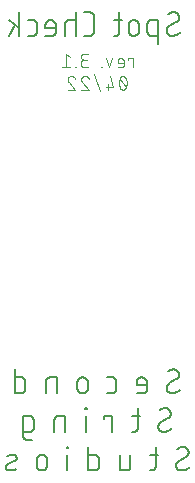
<source format=gbo>
G04 EAGLE Gerber RS-274X export*
G75*
%MOMM*%
%FSLAX34Y34*%
%LPD*%
%INSilkscreen Bottom*%
%IPPOS*%
%AMOC8*
5,1,8,0,0,1.08239X$1,22.5*%
G01*
%ADD10C,0.177800*%
%ADD11C,0.101600*%


D10*
X348760Y405906D02*
X348762Y405774D01*
X348768Y405642D01*
X348778Y405510D01*
X348791Y405379D01*
X348809Y405248D01*
X348830Y405117D01*
X348856Y404988D01*
X348885Y404859D01*
X348918Y404731D01*
X348954Y404604D01*
X348995Y404478D01*
X349039Y404353D01*
X349087Y404230D01*
X349138Y404108D01*
X349193Y403988D01*
X349252Y403870D01*
X349314Y403753D01*
X349380Y403638D01*
X349448Y403526D01*
X349521Y403415D01*
X349596Y403306D01*
X349675Y403200D01*
X349756Y403096D01*
X349841Y402995D01*
X349929Y402896D01*
X350020Y402800D01*
X350113Y402707D01*
X350209Y402616D01*
X350308Y402528D01*
X350409Y402443D01*
X350513Y402362D01*
X350619Y402283D01*
X350728Y402208D01*
X350839Y402135D01*
X350951Y402067D01*
X351066Y402001D01*
X351183Y401939D01*
X351301Y401880D01*
X351421Y401825D01*
X351543Y401774D01*
X351666Y401726D01*
X351791Y401682D01*
X351917Y401641D01*
X352044Y401605D01*
X352172Y401572D01*
X352301Y401543D01*
X352430Y401517D01*
X352561Y401496D01*
X352692Y401478D01*
X352823Y401465D01*
X352955Y401455D01*
X353087Y401449D01*
X353219Y401447D01*
X353444Y401450D01*
X353670Y401458D01*
X353895Y401471D01*
X354119Y401490D01*
X354343Y401514D01*
X354567Y401544D01*
X354789Y401579D01*
X355011Y401619D01*
X355232Y401665D01*
X355451Y401715D01*
X355670Y401771D01*
X355887Y401833D01*
X356102Y401899D01*
X356316Y401971D01*
X356528Y402047D01*
X356738Y402129D01*
X356946Y402216D01*
X357152Y402307D01*
X357355Y402404D01*
X357557Y402505D01*
X357756Y402611D01*
X357952Y402722D01*
X358145Y402838D01*
X358336Y402958D01*
X358524Y403083D01*
X358708Y403212D01*
X358890Y403345D01*
X359068Y403483D01*
X359243Y403625D01*
X359415Y403771D01*
X359583Y403922D01*
X359747Y404076D01*
X359908Y404234D01*
X359350Y417054D02*
X359348Y417186D01*
X359342Y417318D01*
X359332Y417450D01*
X359319Y417581D01*
X359301Y417712D01*
X359280Y417843D01*
X359254Y417972D01*
X359225Y418101D01*
X359192Y418229D01*
X359156Y418356D01*
X359115Y418482D01*
X359071Y418607D01*
X359023Y418730D01*
X358972Y418852D01*
X358917Y418972D01*
X358858Y419090D01*
X358796Y419207D01*
X358730Y419322D01*
X358662Y419434D01*
X358589Y419545D01*
X358514Y419654D01*
X358435Y419760D01*
X358354Y419864D01*
X358269Y419965D01*
X358181Y420064D01*
X358090Y420160D01*
X357997Y420253D01*
X357901Y420344D01*
X357802Y420432D01*
X357701Y420517D01*
X357597Y420598D01*
X357491Y420677D01*
X357382Y420752D01*
X357271Y420825D01*
X357159Y420893D01*
X357044Y420959D01*
X356927Y421021D01*
X356809Y421080D01*
X356689Y421135D01*
X356567Y421186D01*
X356444Y421234D01*
X356319Y421278D01*
X356193Y421319D01*
X356066Y421355D01*
X355938Y421388D01*
X355809Y421417D01*
X355680Y421443D01*
X355549Y421464D01*
X355418Y421482D01*
X355287Y421495D01*
X355155Y421505D01*
X355023Y421511D01*
X354891Y421513D01*
X354692Y421511D01*
X354493Y421504D01*
X354294Y421492D01*
X354095Y421475D01*
X353897Y421454D01*
X353699Y421428D01*
X353503Y421397D01*
X353306Y421361D01*
X353111Y421321D01*
X352917Y421277D01*
X352724Y421227D01*
X352532Y421173D01*
X352342Y421115D01*
X352153Y421052D01*
X351965Y420984D01*
X351779Y420912D01*
X351595Y420836D01*
X351413Y420755D01*
X351233Y420670D01*
X351055Y420581D01*
X350879Y420487D01*
X350705Y420390D01*
X350534Y420288D01*
X350365Y420182D01*
X350199Y420072D01*
X350035Y419958D01*
X349874Y419841D01*
X357120Y413152D02*
X357232Y413220D01*
X357341Y413291D01*
X357449Y413365D01*
X357554Y413443D01*
X357657Y413523D01*
X357758Y413606D01*
X357856Y413692D01*
X357952Y413781D01*
X358045Y413873D01*
X358135Y413967D01*
X358223Y414064D01*
X358308Y414163D01*
X358390Y414265D01*
X358468Y414369D01*
X358544Y414476D01*
X358617Y414584D01*
X358687Y414695D01*
X358753Y414807D01*
X358816Y414921D01*
X358876Y415037D01*
X358933Y415155D01*
X358986Y415275D01*
X359035Y415395D01*
X359081Y415518D01*
X359124Y415641D01*
X359163Y415766D01*
X359198Y415892D01*
X359230Y416018D01*
X359258Y416146D01*
X359282Y416274D01*
X359303Y416403D01*
X359320Y416533D01*
X359333Y416663D01*
X359342Y416793D01*
X359348Y416923D01*
X359350Y417054D01*
X350989Y409808D02*
X350877Y409740D01*
X350768Y409669D01*
X350660Y409595D01*
X350555Y409517D01*
X350452Y409437D01*
X350351Y409354D01*
X350253Y409268D01*
X350157Y409179D01*
X350064Y409087D01*
X349974Y408993D01*
X349886Y408896D01*
X349801Y408797D01*
X349719Y408695D01*
X349641Y408591D01*
X349565Y408484D01*
X349492Y408376D01*
X349422Y408265D01*
X349356Y408153D01*
X349293Y408039D01*
X349233Y407923D01*
X349176Y407805D01*
X349123Y407685D01*
X349074Y407565D01*
X349028Y407442D01*
X348985Y407319D01*
X348946Y407194D01*
X348911Y407068D01*
X348879Y406942D01*
X348851Y406814D01*
X348827Y406686D01*
X348806Y406557D01*
X348789Y406427D01*
X348776Y406297D01*
X348767Y406167D01*
X348761Y406037D01*
X348759Y405906D01*
X350989Y409808D02*
X357120Y413152D01*
X341425Y414824D02*
X341425Y394758D01*
X341425Y414824D02*
X335851Y414824D01*
X335737Y414822D01*
X335623Y414816D01*
X335509Y414806D01*
X335396Y414793D01*
X335283Y414775D01*
X335171Y414754D01*
X335059Y414729D01*
X334949Y414700D01*
X334839Y414667D01*
X334731Y414631D01*
X334624Y414591D01*
X334519Y414547D01*
X334415Y414500D01*
X334313Y414449D01*
X334212Y414395D01*
X334114Y414337D01*
X334017Y414276D01*
X333923Y414212D01*
X333830Y414145D01*
X333741Y414074D01*
X333653Y414000D01*
X333569Y413924D01*
X333486Y413845D01*
X333407Y413762D01*
X333331Y413678D01*
X333257Y413590D01*
X333187Y413501D01*
X333119Y413408D01*
X333055Y413314D01*
X332994Y413218D01*
X332936Y413119D01*
X332882Y413018D01*
X332831Y412916D01*
X332784Y412812D01*
X332740Y412707D01*
X332700Y412600D01*
X332664Y412492D01*
X332631Y412382D01*
X332602Y412272D01*
X332577Y412160D01*
X332556Y412048D01*
X332538Y411935D01*
X332525Y411822D01*
X332515Y411708D01*
X332509Y411594D01*
X332507Y411480D01*
X332507Y404791D01*
X332509Y404677D01*
X332515Y404563D01*
X332525Y404449D01*
X332538Y404336D01*
X332556Y404223D01*
X332577Y404111D01*
X332602Y403999D01*
X332631Y403889D01*
X332664Y403779D01*
X332700Y403671D01*
X332740Y403564D01*
X332784Y403459D01*
X332831Y403355D01*
X332882Y403253D01*
X332936Y403152D01*
X332994Y403054D01*
X333055Y402957D01*
X333119Y402863D01*
X333186Y402770D01*
X333257Y402681D01*
X333331Y402593D01*
X333407Y402509D01*
X333486Y402426D01*
X333569Y402347D01*
X333653Y402271D01*
X333741Y402197D01*
X333830Y402126D01*
X333923Y402059D01*
X334017Y401995D01*
X334114Y401934D01*
X334212Y401876D01*
X334313Y401822D01*
X334415Y401771D01*
X334519Y401724D01*
X334624Y401680D01*
X334731Y401640D01*
X334839Y401604D01*
X334949Y401571D01*
X335059Y401542D01*
X335171Y401517D01*
X335283Y401496D01*
X335396Y401478D01*
X335509Y401465D01*
X335623Y401455D01*
X335737Y401449D01*
X335851Y401447D01*
X341425Y401447D01*
X325424Y405906D02*
X325424Y410365D01*
X325423Y410365D02*
X325421Y410497D01*
X325415Y410629D01*
X325405Y410761D01*
X325392Y410892D01*
X325374Y411023D01*
X325353Y411154D01*
X325327Y411283D01*
X325298Y411412D01*
X325265Y411540D01*
X325229Y411667D01*
X325188Y411793D01*
X325144Y411918D01*
X325096Y412041D01*
X325045Y412163D01*
X324990Y412283D01*
X324931Y412401D01*
X324869Y412518D01*
X324803Y412633D01*
X324735Y412745D01*
X324662Y412856D01*
X324587Y412965D01*
X324508Y413071D01*
X324427Y413175D01*
X324342Y413276D01*
X324254Y413375D01*
X324163Y413471D01*
X324070Y413564D01*
X323974Y413655D01*
X323875Y413743D01*
X323774Y413828D01*
X323670Y413909D01*
X323564Y413988D01*
X323455Y414063D01*
X323344Y414136D01*
X323232Y414204D01*
X323117Y414270D01*
X323000Y414332D01*
X322882Y414391D01*
X322762Y414446D01*
X322640Y414497D01*
X322517Y414545D01*
X322392Y414589D01*
X322266Y414630D01*
X322139Y414666D01*
X322011Y414699D01*
X321882Y414728D01*
X321753Y414754D01*
X321622Y414775D01*
X321491Y414793D01*
X321360Y414806D01*
X321228Y414816D01*
X321096Y414822D01*
X320964Y414824D01*
X320832Y414822D01*
X320700Y414816D01*
X320568Y414806D01*
X320437Y414793D01*
X320306Y414775D01*
X320175Y414754D01*
X320046Y414728D01*
X319917Y414699D01*
X319789Y414666D01*
X319662Y414630D01*
X319536Y414589D01*
X319411Y414545D01*
X319288Y414497D01*
X319166Y414446D01*
X319046Y414391D01*
X318928Y414332D01*
X318811Y414270D01*
X318696Y414204D01*
X318584Y414136D01*
X318473Y414063D01*
X318364Y413988D01*
X318258Y413909D01*
X318154Y413828D01*
X318053Y413743D01*
X317954Y413655D01*
X317858Y413564D01*
X317765Y413471D01*
X317674Y413375D01*
X317586Y413276D01*
X317501Y413175D01*
X317420Y413071D01*
X317341Y412965D01*
X317266Y412856D01*
X317193Y412745D01*
X317125Y412633D01*
X317059Y412518D01*
X316997Y412401D01*
X316938Y412283D01*
X316883Y412163D01*
X316832Y412041D01*
X316784Y411918D01*
X316740Y411793D01*
X316699Y411667D01*
X316663Y411540D01*
X316630Y411412D01*
X316601Y411283D01*
X316575Y411154D01*
X316554Y411023D01*
X316536Y410892D01*
X316523Y410761D01*
X316513Y410629D01*
X316507Y410497D01*
X316505Y410365D01*
X316505Y405906D01*
X316507Y405774D01*
X316513Y405642D01*
X316523Y405510D01*
X316536Y405379D01*
X316554Y405248D01*
X316575Y405117D01*
X316601Y404988D01*
X316630Y404859D01*
X316663Y404731D01*
X316699Y404604D01*
X316740Y404478D01*
X316784Y404353D01*
X316832Y404230D01*
X316883Y404108D01*
X316938Y403988D01*
X316997Y403870D01*
X317059Y403753D01*
X317125Y403638D01*
X317193Y403526D01*
X317266Y403415D01*
X317341Y403306D01*
X317420Y403200D01*
X317501Y403096D01*
X317586Y402995D01*
X317674Y402896D01*
X317765Y402800D01*
X317858Y402707D01*
X317954Y402616D01*
X318053Y402528D01*
X318154Y402443D01*
X318258Y402362D01*
X318364Y402283D01*
X318473Y402208D01*
X318584Y402135D01*
X318696Y402067D01*
X318811Y402001D01*
X318928Y401939D01*
X319046Y401880D01*
X319166Y401825D01*
X319288Y401774D01*
X319411Y401726D01*
X319536Y401682D01*
X319662Y401641D01*
X319789Y401605D01*
X319917Y401572D01*
X320046Y401543D01*
X320175Y401517D01*
X320306Y401496D01*
X320437Y401478D01*
X320568Y401465D01*
X320700Y401455D01*
X320832Y401449D01*
X320964Y401447D01*
X321096Y401449D01*
X321228Y401455D01*
X321360Y401465D01*
X321491Y401478D01*
X321622Y401496D01*
X321753Y401517D01*
X321882Y401543D01*
X322011Y401572D01*
X322139Y401605D01*
X322266Y401641D01*
X322392Y401682D01*
X322517Y401726D01*
X322640Y401774D01*
X322762Y401825D01*
X322882Y401880D01*
X323000Y401939D01*
X323117Y402001D01*
X323232Y402067D01*
X323344Y402135D01*
X323455Y402208D01*
X323564Y402283D01*
X323670Y402362D01*
X323774Y402443D01*
X323875Y402528D01*
X323974Y402616D01*
X324070Y402707D01*
X324163Y402800D01*
X324254Y402896D01*
X324342Y402995D01*
X324427Y403096D01*
X324508Y403200D01*
X324587Y403306D01*
X324662Y403415D01*
X324735Y403526D01*
X324803Y403638D01*
X324869Y403753D01*
X324931Y403870D01*
X324990Y403988D01*
X325045Y404108D01*
X325096Y404230D01*
X325144Y404353D01*
X325188Y404478D01*
X325229Y404604D01*
X325265Y404731D01*
X325298Y404859D01*
X325327Y404988D01*
X325353Y405117D01*
X325374Y405248D01*
X325392Y405379D01*
X325405Y405510D01*
X325415Y405642D01*
X325421Y405774D01*
X325423Y405906D01*
X310819Y414824D02*
X304130Y414824D01*
X308589Y421513D02*
X308589Y404791D01*
X308587Y404677D01*
X308581Y404563D01*
X308571Y404449D01*
X308558Y404336D01*
X308540Y404223D01*
X308519Y404111D01*
X308494Y403999D01*
X308465Y403889D01*
X308432Y403779D01*
X308396Y403671D01*
X308356Y403564D01*
X308312Y403459D01*
X308265Y403355D01*
X308214Y403253D01*
X308160Y403152D01*
X308102Y403054D01*
X308041Y402957D01*
X307977Y402863D01*
X307910Y402770D01*
X307839Y402681D01*
X307765Y402593D01*
X307689Y402509D01*
X307610Y402426D01*
X307527Y402347D01*
X307443Y402271D01*
X307355Y402197D01*
X307266Y402126D01*
X307173Y402059D01*
X307079Y401995D01*
X306982Y401934D01*
X306884Y401876D01*
X306783Y401822D01*
X306681Y401771D01*
X306577Y401724D01*
X306472Y401680D01*
X306365Y401640D01*
X306257Y401604D01*
X306147Y401571D01*
X306037Y401542D01*
X305925Y401517D01*
X305813Y401496D01*
X305700Y401478D01*
X305587Y401465D01*
X305473Y401455D01*
X305359Y401449D01*
X305245Y401447D01*
X304130Y401447D01*
X283181Y401447D02*
X278722Y401447D01*
X283181Y401447D02*
X283313Y401449D01*
X283445Y401455D01*
X283577Y401465D01*
X283708Y401478D01*
X283839Y401496D01*
X283970Y401517D01*
X284099Y401543D01*
X284228Y401572D01*
X284356Y401605D01*
X284483Y401641D01*
X284609Y401682D01*
X284734Y401726D01*
X284857Y401774D01*
X284979Y401825D01*
X285099Y401880D01*
X285217Y401939D01*
X285334Y402001D01*
X285449Y402067D01*
X285561Y402135D01*
X285672Y402208D01*
X285781Y402283D01*
X285887Y402362D01*
X285991Y402443D01*
X286092Y402528D01*
X286191Y402616D01*
X286287Y402707D01*
X286380Y402800D01*
X286471Y402896D01*
X286559Y402995D01*
X286644Y403096D01*
X286725Y403200D01*
X286804Y403307D01*
X286879Y403415D01*
X286952Y403526D01*
X287020Y403638D01*
X287086Y403753D01*
X287148Y403870D01*
X287207Y403988D01*
X287262Y404108D01*
X287313Y404230D01*
X287361Y404353D01*
X287405Y404478D01*
X287446Y404604D01*
X287482Y404731D01*
X287515Y404859D01*
X287544Y404988D01*
X287570Y405117D01*
X287591Y405248D01*
X287609Y405379D01*
X287622Y405510D01*
X287632Y405642D01*
X287638Y405774D01*
X287640Y405906D01*
X287640Y417054D01*
X287638Y417186D01*
X287632Y417318D01*
X287622Y417450D01*
X287609Y417581D01*
X287591Y417712D01*
X287570Y417843D01*
X287544Y417972D01*
X287515Y418101D01*
X287482Y418229D01*
X287446Y418356D01*
X287405Y418482D01*
X287361Y418607D01*
X287313Y418730D01*
X287262Y418852D01*
X287207Y418972D01*
X287148Y419090D01*
X287086Y419207D01*
X287020Y419322D01*
X286952Y419434D01*
X286879Y419545D01*
X286804Y419653D01*
X286725Y419760D01*
X286644Y419864D01*
X286559Y419965D01*
X286471Y420064D01*
X286380Y420160D01*
X286287Y420253D01*
X286191Y420344D01*
X286092Y420432D01*
X285991Y420516D01*
X285887Y420598D01*
X285781Y420677D01*
X285672Y420752D01*
X285561Y420824D01*
X285449Y420893D01*
X285334Y420959D01*
X285217Y421021D01*
X285099Y421080D01*
X284979Y421135D01*
X284857Y421186D01*
X284734Y421234D01*
X284609Y421278D01*
X284483Y421319D01*
X284356Y421355D01*
X284228Y421388D01*
X284100Y421417D01*
X283970Y421443D01*
X283839Y421464D01*
X283708Y421482D01*
X283577Y421495D01*
X283445Y421505D01*
X283313Y421511D01*
X283181Y421513D01*
X278722Y421513D01*
X271662Y421513D02*
X271662Y401447D01*
X271662Y414824D02*
X266089Y414824D01*
X265975Y414822D01*
X265861Y414816D01*
X265747Y414806D01*
X265634Y414793D01*
X265521Y414775D01*
X265409Y414754D01*
X265297Y414729D01*
X265187Y414700D01*
X265077Y414667D01*
X264969Y414631D01*
X264862Y414591D01*
X264757Y414547D01*
X264653Y414500D01*
X264551Y414449D01*
X264450Y414395D01*
X264352Y414337D01*
X264255Y414276D01*
X264161Y414212D01*
X264068Y414145D01*
X263979Y414074D01*
X263891Y414000D01*
X263807Y413924D01*
X263724Y413845D01*
X263645Y413762D01*
X263569Y413678D01*
X263495Y413590D01*
X263425Y413501D01*
X263357Y413408D01*
X263293Y413314D01*
X263232Y413218D01*
X263174Y413119D01*
X263120Y413018D01*
X263069Y412916D01*
X263022Y412812D01*
X262978Y412707D01*
X262938Y412600D01*
X262902Y412492D01*
X262869Y412382D01*
X262840Y412272D01*
X262815Y412160D01*
X262794Y412048D01*
X262776Y411935D01*
X262763Y411822D01*
X262753Y411708D01*
X262747Y411594D01*
X262745Y411480D01*
X262744Y411480D02*
X262744Y401447D01*
X251634Y401447D02*
X246060Y401447D01*
X251634Y401447D02*
X251748Y401449D01*
X251862Y401455D01*
X251976Y401465D01*
X252089Y401478D01*
X252202Y401496D01*
X252314Y401517D01*
X252426Y401542D01*
X252536Y401571D01*
X252646Y401604D01*
X252754Y401640D01*
X252861Y401680D01*
X252966Y401724D01*
X253070Y401771D01*
X253172Y401822D01*
X253273Y401876D01*
X253371Y401934D01*
X253468Y401995D01*
X253562Y402059D01*
X253655Y402126D01*
X253744Y402197D01*
X253832Y402271D01*
X253916Y402347D01*
X253999Y402426D01*
X254078Y402509D01*
X254154Y402593D01*
X254228Y402681D01*
X254299Y402770D01*
X254366Y402863D01*
X254430Y402957D01*
X254491Y403054D01*
X254549Y403152D01*
X254603Y403253D01*
X254654Y403355D01*
X254701Y403459D01*
X254745Y403564D01*
X254785Y403671D01*
X254821Y403779D01*
X254854Y403889D01*
X254883Y403999D01*
X254908Y404111D01*
X254929Y404223D01*
X254947Y404336D01*
X254960Y404449D01*
X254970Y404563D01*
X254976Y404677D01*
X254978Y404791D01*
X254978Y410365D01*
X254976Y410497D01*
X254970Y410629D01*
X254960Y410761D01*
X254947Y410892D01*
X254929Y411023D01*
X254908Y411154D01*
X254882Y411283D01*
X254853Y411412D01*
X254820Y411540D01*
X254784Y411667D01*
X254743Y411793D01*
X254699Y411918D01*
X254651Y412041D01*
X254600Y412163D01*
X254545Y412283D01*
X254486Y412401D01*
X254424Y412518D01*
X254358Y412633D01*
X254290Y412745D01*
X254217Y412856D01*
X254142Y412965D01*
X254063Y413071D01*
X253982Y413175D01*
X253897Y413276D01*
X253809Y413375D01*
X253718Y413471D01*
X253625Y413564D01*
X253529Y413655D01*
X253430Y413743D01*
X253329Y413828D01*
X253225Y413909D01*
X253119Y413988D01*
X253010Y414063D01*
X252899Y414136D01*
X252787Y414204D01*
X252672Y414270D01*
X252555Y414332D01*
X252437Y414391D01*
X252317Y414446D01*
X252195Y414497D01*
X252072Y414545D01*
X251947Y414589D01*
X251821Y414630D01*
X251694Y414666D01*
X251566Y414699D01*
X251437Y414728D01*
X251308Y414754D01*
X251177Y414775D01*
X251046Y414793D01*
X250915Y414806D01*
X250783Y414816D01*
X250651Y414822D01*
X250519Y414824D01*
X250387Y414822D01*
X250255Y414816D01*
X250123Y414806D01*
X249992Y414793D01*
X249861Y414775D01*
X249730Y414754D01*
X249601Y414728D01*
X249472Y414699D01*
X249344Y414666D01*
X249217Y414630D01*
X249091Y414589D01*
X248966Y414545D01*
X248843Y414497D01*
X248721Y414446D01*
X248601Y414391D01*
X248483Y414332D01*
X248366Y414270D01*
X248251Y414204D01*
X248139Y414136D01*
X248028Y414063D01*
X247919Y413988D01*
X247813Y413909D01*
X247709Y413828D01*
X247608Y413743D01*
X247509Y413655D01*
X247413Y413564D01*
X247320Y413471D01*
X247229Y413375D01*
X247141Y413276D01*
X247056Y413175D01*
X246975Y413071D01*
X246896Y412965D01*
X246821Y412856D01*
X246748Y412745D01*
X246680Y412633D01*
X246614Y412518D01*
X246552Y412401D01*
X246493Y412283D01*
X246438Y412163D01*
X246387Y412041D01*
X246339Y411918D01*
X246295Y411793D01*
X246254Y411667D01*
X246218Y411540D01*
X246185Y411412D01*
X246156Y411283D01*
X246130Y411154D01*
X246109Y411023D01*
X246091Y410892D01*
X246078Y410761D01*
X246068Y410629D01*
X246062Y410497D01*
X246060Y410365D01*
X246060Y408136D01*
X254978Y408136D01*
X235550Y401447D02*
X231091Y401447D01*
X235550Y401447D02*
X235664Y401449D01*
X235778Y401455D01*
X235892Y401465D01*
X236005Y401478D01*
X236118Y401496D01*
X236230Y401517D01*
X236342Y401542D01*
X236452Y401571D01*
X236562Y401604D01*
X236670Y401640D01*
X236777Y401680D01*
X236882Y401724D01*
X236986Y401771D01*
X237088Y401822D01*
X237189Y401876D01*
X237287Y401934D01*
X237384Y401995D01*
X237478Y402059D01*
X237571Y402126D01*
X237660Y402197D01*
X237748Y402271D01*
X237832Y402347D01*
X237915Y402426D01*
X237994Y402509D01*
X238070Y402593D01*
X238144Y402681D01*
X238215Y402770D01*
X238282Y402863D01*
X238346Y402957D01*
X238407Y403054D01*
X238465Y403152D01*
X238519Y403253D01*
X238570Y403355D01*
X238617Y403459D01*
X238661Y403564D01*
X238701Y403671D01*
X238737Y403779D01*
X238770Y403889D01*
X238799Y403999D01*
X238824Y404111D01*
X238845Y404223D01*
X238863Y404336D01*
X238876Y404449D01*
X238886Y404563D01*
X238892Y404677D01*
X238894Y404791D01*
X238894Y411480D01*
X238892Y411594D01*
X238886Y411708D01*
X238876Y411822D01*
X238863Y411935D01*
X238845Y412048D01*
X238824Y412160D01*
X238799Y412272D01*
X238770Y412382D01*
X238737Y412492D01*
X238701Y412600D01*
X238661Y412707D01*
X238617Y412812D01*
X238570Y412916D01*
X238519Y413018D01*
X238465Y413119D01*
X238407Y413217D01*
X238346Y413314D01*
X238282Y413408D01*
X238215Y413501D01*
X238144Y413590D01*
X238070Y413678D01*
X237994Y413762D01*
X237915Y413845D01*
X237832Y413924D01*
X237748Y414000D01*
X237660Y414074D01*
X237571Y414145D01*
X237478Y414212D01*
X237384Y414276D01*
X237287Y414337D01*
X237189Y414395D01*
X237088Y414449D01*
X236986Y414500D01*
X236882Y414547D01*
X236777Y414591D01*
X236670Y414631D01*
X236562Y414667D01*
X236452Y414700D01*
X236342Y414729D01*
X236230Y414754D01*
X236118Y414775D01*
X236005Y414793D01*
X235892Y414806D01*
X235778Y414816D01*
X235664Y414822D01*
X235550Y414824D01*
X231091Y414824D01*
X223931Y421513D02*
X223931Y401447D01*
X223931Y408136D02*
X215013Y414824D01*
X220029Y410923D02*
X215013Y401447D01*
D11*
X319939Y382502D02*
X319939Y374713D01*
X319939Y382502D02*
X316044Y382502D01*
X316044Y381204D01*
X310438Y374713D02*
X307192Y374713D01*
X310438Y374713D02*
X310525Y374715D01*
X310613Y374721D01*
X310699Y374731D01*
X310786Y374744D01*
X310871Y374762D01*
X310956Y374783D01*
X311040Y374808D01*
X311122Y374837D01*
X311203Y374870D01*
X311283Y374906D01*
X311361Y374945D01*
X311437Y374989D01*
X311511Y375035D01*
X311582Y375085D01*
X311652Y375138D01*
X311719Y375194D01*
X311783Y375253D01*
X311845Y375315D01*
X311904Y375379D01*
X311960Y375446D01*
X312013Y375516D01*
X312063Y375587D01*
X312109Y375661D01*
X312153Y375737D01*
X312192Y375815D01*
X312228Y375895D01*
X312261Y375976D01*
X312290Y376058D01*
X312315Y376142D01*
X312336Y376227D01*
X312354Y376312D01*
X312367Y376399D01*
X312377Y376485D01*
X312383Y376573D01*
X312385Y376660D01*
X312385Y379906D01*
X312383Y380007D01*
X312377Y380107D01*
X312367Y380207D01*
X312354Y380307D01*
X312336Y380406D01*
X312315Y380505D01*
X312290Y380602D01*
X312261Y380699D01*
X312228Y380794D01*
X312192Y380888D01*
X312152Y380980D01*
X312109Y381071D01*
X312062Y381160D01*
X312012Y381247D01*
X311958Y381333D01*
X311901Y381416D01*
X311841Y381496D01*
X311778Y381575D01*
X311711Y381651D01*
X311642Y381724D01*
X311570Y381794D01*
X311496Y381862D01*
X311419Y381927D01*
X311339Y381988D01*
X311257Y382047D01*
X311173Y382102D01*
X311087Y382154D01*
X310999Y382203D01*
X310909Y382248D01*
X310817Y382290D01*
X310724Y382328D01*
X310629Y382362D01*
X310534Y382393D01*
X310437Y382420D01*
X310339Y382443D01*
X310240Y382463D01*
X310140Y382478D01*
X310040Y382490D01*
X309940Y382498D01*
X309839Y382502D01*
X309739Y382502D01*
X309638Y382498D01*
X309538Y382490D01*
X309438Y382478D01*
X309338Y382463D01*
X309239Y382443D01*
X309141Y382420D01*
X309044Y382393D01*
X308949Y382362D01*
X308854Y382328D01*
X308761Y382290D01*
X308669Y382248D01*
X308579Y382203D01*
X308491Y382154D01*
X308405Y382102D01*
X308321Y382047D01*
X308239Y381988D01*
X308159Y381927D01*
X308082Y381862D01*
X308008Y381794D01*
X307936Y381724D01*
X307867Y381651D01*
X307800Y381575D01*
X307737Y381496D01*
X307677Y381416D01*
X307620Y381333D01*
X307566Y381247D01*
X307516Y381160D01*
X307469Y381071D01*
X307426Y380980D01*
X307386Y380888D01*
X307350Y380794D01*
X307317Y380699D01*
X307288Y380602D01*
X307263Y380505D01*
X307242Y380406D01*
X307224Y380307D01*
X307211Y380207D01*
X307201Y380107D01*
X307195Y380007D01*
X307193Y379906D01*
X307192Y379906D02*
X307192Y378608D01*
X312385Y378608D01*
X302860Y382502D02*
X300264Y374713D01*
X297667Y382502D01*
X293730Y375362D02*
X293730Y374713D01*
X293730Y375362D02*
X293081Y375362D01*
X293081Y374713D01*
X293730Y374713D01*
X282554Y374713D02*
X279309Y374713D01*
X279196Y374715D01*
X279083Y374721D01*
X278970Y374731D01*
X278857Y374745D01*
X278745Y374762D01*
X278634Y374784D01*
X278524Y374809D01*
X278414Y374839D01*
X278306Y374872D01*
X278199Y374909D01*
X278093Y374949D01*
X277989Y374994D01*
X277886Y375042D01*
X277785Y375093D01*
X277686Y375148D01*
X277589Y375206D01*
X277494Y375268D01*
X277401Y375333D01*
X277311Y375401D01*
X277223Y375472D01*
X277137Y375547D01*
X277054Y375624D01*
X276974Y375704D01*
X276897Y375787D01*
X276822Y375873D01*
X276751Y375961D01*
X276683Y376051D01*
X276618Y376144D01*
X276556Y376239D01*
X276498Y376336D01*
X276443Y376435D01*
X276392Y376536D01*
X276344Y376639D01*
X276299Y376743D01*
X276259Y376849D01*
X276222Y376956D01*
X276189Y377064D01*
X276159Y377174D01*
X276134Y377284D01*
X276112Y377395D01*
X276095Y377507D01*
X276081Y377620D01*
X276071Y377733D01*
X276065Y377846D01*
X276063Y377959D01*
X276065Y378072D01*
X276071Y378185D01*
X276081Y378298D01*
X276095Y378411D01*
X276112Y378523D01*
X276134Y378634D01*
X276159Y378744D01*
X276189Y378854D01*
X276222Y378962D01*
X276259Y379069D01*
X276299Y379175D01*
X276344Y379279D01*
X276392Y379382D01*
X276443Y379483D01*
X276498Y379582D01*
X276556Y379679D01*
X276618Y379774D01*
X276683Y379867D01*
X276751Y379957D01*
X276822Y380045D01*
X276897Y380131D01*
X276974Y380214D01*
X277054Y380294D01*
X277137Y380371D01*
X277223Y380446D01*
X277311Y380517D01*
X277401Y380585D01*
X277494Y380650D01*
X277589Y380712D01*
X277686Y380770D01*
X277785Y380825D01*
X277886Y380876D01*
X277989Y380924D01*
X278093Y380969D01*
X278199Y381009D01*
X278306Y381046D01*
X278414Y381079D01*
X278524Y381109D01*
X278634Y381134D01*
X278745Y381156D01*
X278857Y381173D01*
X278970Y381187D01*
X279083Y381197D01*
X279196Y381203D01*
X279309Y381205D01*
X278660Y386397D02*
X282554Y386397D01*
X278660Y386397D02*
X278559Y386395D01*
X278459Y386389D01*
X278359Y386379D01*
X278259Y386366D01*
X278160Y386348D01*
X278061Y386327D01*
X277964Y386302D01*
X277867Y386273D01*
X277772Y386240D01*
X277678Y386204D01*
X277586Y386164D01*
X277495Y386121D01*
X277406Y386074D01*
X277319Y386024D01*
X277233Y385970D01*
X277150Y385913D01*
X277070Y385853D01*
X276991Y385790D01*
X276915Y385723D01*
X276842Y385654D01*
X276772Y385582D01*
X276704Y385508D01*
X276639Y385431D01*
X276578Y385351D01*
X276519Y385269D01*
X276464Y385185D01*
X276412Y385099D01*
X276363Y385011D01*
X276318Y384921D01*
X276276Y384829D01*
X276238Y384736D01*
X276204Y384641D01*
X276173Y384546D01*
X276146Y384449D01*
X276123Y384351D01*
X276103Y384252D01*
X276088Y384152D01*
X276076Y384052D01*
X276068Y383952D01*
X276064Y383851D01*
X276064Y383751D01*
X276068Y383650D01*
X276076Y383550D01*
X276088Y383450D01*
X276103Y383350D01*
X276123Y383251D01*
X276146Y383153D01*
X276173Y383056D01*
X276204Y382961D01*
X276238Y382866D01*
X276276Y382773D01*
X276318Y382681D01*
X276363Y382591D01*
X276412Y382503D01*
X276464Y382417D01*
X276519Y382333D01*
X276578Y382251D01*
X276639Y382171D01*
X276704Y382094D01*
X276772Y382020D01*
X276842Y381948D01*
X276915Y381879D01*
X276991Y381812D01*
X277070Y381749D01*
X277150Y381689D01*
X277233Y381632D01*
X277319Y381578D01*
X277406Y381528D01*
X277495Y381481D01*
X277586Y381438D01*
X277678Y381398D01*
X277772Y381362D01*
X277867Y381329D01*
X277964Y381300D01*
X278061Y381275D01*
X278160Y381254D01*
X278259Y381236D01*
X278359Y381223D01*
X278459Y381213D01*
X278559Y381207D01*
X278660Y381205D01*
X278660Y381204D02*
X281256Y381204D01*
X271632Y375362D02*
X271632Y374713D01*
X271632Y375362D02*
X270983Y375362D01*
X270983Y374713D01*
X271632Y374713D01*
X266552Y383801D02*
X263307Y386397D01*
X263307Y374713D01*
X266552Y374713D02*
X260061Y374713D01*
X313989Y365724D02*
X314088Y365517D01*
X314181Y365307D01*
X314269Y365094D01*
X314352Y364880D01*
X314430Y364664D01*
X314503Y364446D01*
X314571Y364226D01*
X314633Y364005D01*
X314690Y363782D01*
X314742Y363558D01*
X314788Y363333D01*
X314829Y363107D01*
X314864Y362880D01*
X314894Y362652D01*
X314919Y362423D01*
X314938Y362194D01*
X314952Y361965D01*
X314960Y361735D01*
X314963Y361505D01*
X313989Y365724D02*
X313956Y365814D01*
X313920Y365903D01*
X313880Y365991D01*
X313836Y366076D01*
X313789Y366160D01*
X313739Y366242D01*
X313685Y366322D01*
X313629Y366399D01*
X313569Y366475D01*
X313506Y366548D01*
X313441Y366618D01*
X313372Y366686D01*
X313301Y366750D01*
X313228Y366812D01*
X313152Y366871D01*
X313074Y366927D01*
X312993Y366980D01*
X312911Y367029D01*
X312827Y367075D01*
X312740Y367118D01*
X312653Y367157D01*
X312563Y367193D01*
X312473Y367225D01*
X312381Y367253D01*
X312288Y367278D01*
X312194Y367299D01*
X312100Y367316D01*
X312005Y367330D01*
X311909Y367339D01*
X311813Y367345D01*
X311717Y367347D01*
X311621Y367345D01*
X311525Y367339D01*
X311429Y367330D01*
X311334Y367316D01*
X311240Y367299D01*
X311146Y367278D01*
X311053Y367253D01*
X310961Y367225D01*
X310871Y367193D01*
X310781Y367157D01*
X310694Y367118D01*
X310607Y367075D01*
X310523Y367029D01*
X310441Y366980D01*
X310360Y366927D01*
X310282Y366871D01*
X310206Y366812D01*
X310133Y366750D01*
X310062Y366686D01*
X309993Y366618D01*
X309928Y366548D01*
X309865Y366475D01*
X309805Y366400D01*
X309749Y366322D01*
X309695Y366242D01*
X309645Y366160D01*
X309598Y366076D01*
X309555Y365991D01*
X309514Y365903D01*
X309478Y365814D01*
X309445Y365724D01*
X309446Y365724D02*
X309347Y365516D01*
X309254Y365306D01*
X309166Y365094D01*
X309083Y364880D01*
X309005Y364663D01*
X308932Y364445D01*
X308864Y364226D01*
X308802Y364004D01*
X308745Y363782D01*
X308693Y363558D01*
X308647Y363333D01*
X308606Y363107D01*
X308571Y362879D01*
X308541Y362652D01*
X308516Y362423D01*
X308497Y362194D01*
X308483Y361965D01*
X308475Y361735D01*
X308472Y361505D01*
X314963Y361505D02*
X314960Y361275D01*
X314952Y361045D01*
X314938Y360816D01*
X314919Y360587D01*
X314894Y360358D01*
X314864Y360130D01*
X314829Y359903D01*
X314788Y359677D01*
X314742Y359452D01*
X314690Y359228D01*
X314633Y359005D01*
X314571Y358784D01*
X314503Y358564D01*
X314430Y358346D01*
X314352Y358130D01*
X314269Y357916D01*
X314181Y357704D01*
X314088Y357493D01*
X313989Y357286D01*
X313956Y357196D01*
X313920Y357107D01*
X313879Y357019D01*
X313836Y356934D01*
X313789Y356850D01*
X313739Y356768D01*
X313685Y356688D01*
X313629Y356611D01*
X313569Y356535D01*
X313506Y356462D01*
X313441Y356392D01*
X313372Y356324D01*
X313301Y356260D01*
X313228Y356198D01*
X313152Y356139D01*
X313074Y356083D01*
X312993Y356030D01*
X312911Y355981D01*
X312827Y355935D01*
X312740Y355892D01*
X312653Y355853D01*
X312563Y355817D01*
X312473Y355785D01*
X312381Y355757D01*
X312288Y355732D01*
X312194Y355711D01*
X312100Y355694D01*
X312005Y355680D01*
X311909Y355671D01*
X311813Y355665D01*
X311717Y355663D01*
X309445Y357286D02*
X309346Y357493D01*
X309253Y357704D01*
X309165Y357916D01*
X309082Y358130D01*
X309004Y358346D01*
X308931Y358564D01*
X308863Y358784D01*
X308801Y359005D01*
X308744Y359228D01*
X308692Y359452D01*
X308646Y359677D01*
X308605Y359903D01*
X308570Y360130D01*
X308540Y360358D01*
X308515Y360587D01*
X308496Y360816D01*
X308482Y361045D01*
X308474Y361275D01*
X308471Y361505D01*
X309445Y357286D02*
X309478Y357196D01*
X309514Y357107D01*
X309555Y357019D01*
X309598Y356934D01*
X309645Y356850D01*
X309695Y356768D01*
X309749Y356688D01*
X309805Y356610D01*
X309865Y356535D01*
X309928Y356462D01*
X309993Y356392D01*
X310062Y356324D01*
X310133Y356260D01*
X310206Y356198D01*
X310282Y356139D01*
X310360Y356083D01*
X310441Y356030D01*
X310523Y355981D01*
X310607Y355935D01*
X310694Y355892D01*
X310781Y355853D01*
X310871Y355817D01*
X310961Y355785D01*
X311053Y355757D01*
X311146Y355732D01*
X311240Y355711D01*
X311334Y355694D01*
X311429Y355680D01*
X311525Y355671D01*
X311621Y355665D01*
X311717Y355663D01*
X314313Y358259D02*
X309121Y364751D01*
X303533Y358259D02*
X300936Y367347D01*
X303533Y358259D02*
X297041Y358259D01*
X298989Y355663D02*
X298989Y360856D01*
X292596Y354365D02*
X287404Y368645D01*
X279388Y367347D02*
X279281Y367345D01*
X279175Y367339D01*
X279069Y367329D01*
X278963Y367316D01*
X278857Y367298D01*
X278753Y367277D01*
X278649Y367252D01*
X278546Y367223D01*
X278445Y367191D01*
X278345Y367154D01*
X278246Y367114D01*
X278148Y367071D01*
X278052Y367024D01*
X277958Y366973D01*
X277866Y366919D01*
X277776Y366862D01*
X277688Y366802D01*
X277603Y366738D01*
X277520Y366671D01*
X277439Y366601D01*
X277361Y366529D01*
X277285Y366453D01*
X277213Y366375D01*
X277143Y366294D01*
X277076Y366211D01*
X277012Y366126D01*
X276952Y366038D01*
X276895Y365948D01*
X276841Y365856D01*
X276790Y365762D01*
X276743Y365666D01*
X276700Y365568D01*
X276660Y365469D01*
X276623Y365369D01*
X276591Y365268D01*
X276562Y365165D01*
X276537Y365061D01*
X276516Y364957D01*
X276498Y364851D01*
X276485Y364745D01*
X276475Y364639D01*
X276469Y364533D01*
X276467Y364426D01*
X279388Y367347D02*
X279509Y367345D01*
X279630Y367339D01*
X279750Y367329D01*
X279871Y367316D01*
X279990Y367298D01*
X280110Y367277D01*
X280228Y367252D01*
X280345Y367223D01*
X280462Y367190D01*
X280577Y367154D01*
X280691Y367113D01*
X280804Y367070D01*
X280916Y367022D01*
X281025Y366971D01*
X281133Y366916D01*
X281240Y366858D01*
X281344Y366797D01*
X281446Y366732D01*
X281546Y366664D01*
X281644Y366593D01*
X281740Y366519D01*
X281833Y366442D01*
X281923Y366361D01*
X282011Y366278D01*
X282096Y366192D01*
X282179Y366103D01*
X282258Y366012D01*
X282335Y365918D01*
X282408Y365822D01*
X282478Y365724D01*
X282545Y365623D01*
X282609Y365520D01*
X282670Y365415D01*
X282727Y365308D01*
X282780Y365200D01*
X282830Y365090D01*
X282876Y364978D01*
X282919Y364865D01*
X282958Y364750D01*
X277442Y362154D02*
X277363Y362232D01*
X277287Y362312D01*
X277214Y362395D01*
X277144Y362481D01*
X277077Y362568D01*
X277013Y362659D01*
X276953Y362751D01*
X276895Y362845D01*
X276841Y362942D01*
X276791Y363040D01*
X276744Y363140D01*
X276700Y363241D01*
X276660Y363344D01*
X276624Y363449D01*
X276592Y363554D01*
X276563Y363661D01*
X276538Y363768D01*
X276516Y363877D01*
X276499Y363986D01*
X276485Y364095D01*
X276476Y364205D01*
X276470Y364316D01*
X276468Y364426D01*
X277441Y362154D02*
X282959Y355663D01*
X276467Y355663D01*
X265038Y364426D02*
X265040Y364533D01*
X265046Y364639D01*
X265056Y364745D01*
X265069Y364851D01*
X265087Y364957D01*
X265108Y365061D01*
X265133Y365165D01*
X265162Y365268D01*
X265194Y365369D01*
X265231Y365469D01*
X265271Y365568D01*
X265314Y365666D01*
X265361Y365762D01*
X265412Y365856D01*
X265466Y365948D01*
X265523Y366038D01*
X265583Y366126D01*
X265647Y366211D01*
X265714Y366294D01*
X265784Y366375D01*
X265856Y366453D01*
X265932Y366529D01*
X266010Y366601D01*
X266091Y366671D01*
X266174Y366738D01*
X266259Y366802D01*
X266347Y366862D01*
X266437Y366919D01*
X266529Y366973D01*
X266623Y367024D01*
X266719Y367071D01*
X266817Y367114D01*
X266916Y367154D01*
X267016Y367191D01*
X267117Y367223D01*
X267220Y367252D01*
X267324Y367277D01*
X267428Y367298D01*
X267534Y367316D01*
X267640Y367329D01*
X267746Y367339D01*
X267852Y367345D01*
X267959Y367347D01*
X268080Y367345D01*
X268201Y367339D01*
X268321Y367329D01*
X268442Y367316D01*
X268561Y367298D01*
X268681Y367277D01*
X268799Y367252D01*
X268916Y367223D01*
X269033Y367190D01*
X269148Y367154D01*
X269262Y367113D01*
X269375Y367070D01*
X269487Y367022D01*
X269596Y366971D01*
X269704Y366916D01*
X269811Y366858D01*
X269915Y366797D01*
X270017Y366732D01*
X270117Y366664D01*
X270215Y366593D01*
X270311Y366519D01*
X270404Y366442D01*
X270494Y366361D01*
X270582Y366278D01*
X270667Y366192D01*
X270750Y366103D01*
X270829Y366012D01*
X270906Y365918D01*
X270979Y365822D01*
X271049Y365724D01*
X271116Y365623D01*
X271180Y365520D01*
X271241Y365415D01*
X271298Y365308D01*
X271351Y365200D01*
X271401Y365090D01*
X271447Y364978D01*
X271490Y364865D01*
X271529Y364750D01*
X266012Y362154D02*
X265933Y362232D01*
X265857Y362312D01*
X265784Y362395D01*
X265714Y362481D01*
X265647Y362568D01*
X265583Y362659D01*
X265523Y362751D01*
X265465Y362845D01*
X265411Y362942D01*
X265361Y363040D01*
X265314Y363140D01*
X265270Y363241D01*
X265230Y363344D01*
X265194Y363449D01*
X265162Y363554D01*
X265133Y363661D01*
X265108Y363768D01*
X265086Y363877D01*
X265069Y363986D01*
X265055Y364095D01*
X265046Y364205D01*
X265040Y364316D01*
X265038Y364426D01*
X266011Y362154D02*
X271529Y355663D01*
X265038Y355663D01*
D10*
X348721Y103392D02*
X348723Y103260D01*
X348729Y103128D01*
X348739Y102996D01*
X348752Y102865D01*
X348770Y102734D01*
X348791Y102603D01*
X348817Y102474D01*
X348846Y102345D01*
X348879Y102217D01*
X348915Y102090D01*
X348956Y101964D01*
X349000Y101839D01*
X349048Y101716D01*
X349099Y101594D01*
X349154Y101474D01*
X349213Y101356D01*
X349275Y101239D01*
X349341Y101124D01*
X349409Y101012D01*
X349482Y100901D01*
X349557Y100792D01*
X349636Y100686D01*
X349717Y100582D01*
X349802Y100481D01*
X349890Y100382D01*
X349981Y100286D01*
X350074Y100193D01*
X350170Y100102D01*
X350269Y100014D01*
X350370Y99929D01*
X350474Y99848D01*
X350580Y99769D01*
X350689Y99694D01*
X350800Y99621D01*
X350912Y99553D01*
X351027Y99487D01*
X351144Y99425D01*
X351262Y99366D01*
X351382Y99311D01*
X351504Y99260D01*
X351627Y99212D01*
X351752Y99168D01*
X351878Y99127D01*
X352005Y99091D01*
X352133Y99058D01*
X352262Y99029D01*
X352391Y99003D01*
X352522Y98982D01*
X352653Y98964D01*
X352784Y98951D01*
X352916Y98941D01*
X353048Y98935D01*
X353180Y98933D01*
X353405Y98936D01*
X353631Y98944D01*
X353856Y98957D01*
X354080Y98976D01*
X354304Y99000D01*
X354528Y99030D01*
X354750Y99065D01*
X354972Y99105D01*
X355193Y99151D01*
X355412Y99201D01*
X355631Y99257D01*
X355848Y99319D01*
X356063Y99385D01*
X356277Y99457D01*
X356489Y99533D01*
X356699Y99615D01*
X356907Y99702D01*
X357113Y99793D01*
X357316Y99890D01*
X357518Y99991D01*
X357717Y100097D01*
X357913Y100208D01*
X358106Y100324D01*
X358297Y100444D01*
X358485Y100569D01*
X358669Y100698D01*
X358851Y100831D01*
X359029Y100969D01*
X359204Y101111D01*
X359376Y101257D01*
X359544Y101408D01*
X359708Y101562D01*
X359869Y101720D01*
X359311Y114540D02*
X359309Y114672D01*
X359303Y114804D01*
X359293Y114936D01*
X359280Y115067D01*
X359262Y115198D01*
X359241Y115329D01*
X359215Y115458D01*
X359186Y115587D01*
X359153Y115715D01*
X359117Y115842D01*
X359076Y115968D01*
X359032Y116093D01*
X358984Y116216D01*
X358933Y116338D01*
X358878Y116458D01*
X358819Y116576D01*
X358757Y116693D01*
X358691Y116808D01*
X358623Y116920D01*
X358550Y117031D01*
X358475Y117140D01*
X358396Y117246D01*
X358315Y117350D01*
X358230Y117451D01*
X358142Y117550D01*
X358051Y117646D01*
X357958Y117739D01*
X357862Y117830D01*
X357763Y117918D01*
X357662Y118003D01*
X357558Y118084D01*
X357452Y118163D01*
X357343Y118238D01*
X357232Y118311D01*
X357120Y118379D01*
X357005Y118445D01*
X356888Y118507D01*
X356770Y118566D01*
X356650Y118621D01*
X356528Y118672D01*
X356405Y118720D01*
X356280Y118764D01*
X356154Y118805D01*
X356027Y118841D01*
X355899Y118874D01*
X355770Y118903D01*
X355641Y118929D01*
X355510Y118950D01*
X355379Y118968D01*
X355248Y118981D01*
X355116Y118991D01*
X354984Y118997D01*
X354852Y118999D01*
X354653Y118997D01*
X354454Y118990D01*
X354255Y118978D01*
X354056Y118961D01*
X353858Y118940D01*
X353660Y118914D01*
X353464Y118883D01*
X353267Y118847D01*
X353072Y118807D01*
X352878Y118763D01*
X352685Y118713D01*
X352493Y118659D01*
X352303Y118601D01*
X352114Y118538D01*
X351926Y118470D01*
X351740Y118398D01*
X351556Y118322D01*
X351374Y118241D01*
X351194Y118156D01*
X351016Y118067D01*
X350840Y117973D01*
X350666Y117876D01*
X350495Y117774D01*
X350326Y117668D01*
X350160Y117558D01*
X349996Y117444D01*
X349835Y117327D01*
X357081Y110638D02*
X357193Y110706D01*
X357302Y110777D01*
X357410Y110851D01*
X357515Y110929D01*
X357618Y111009D01*
X357719Y111092D01*
X357817Y111178D01*
X357913Y111267D01*
X358006Y111359D01*
X358096Y111453D01*
X358184Y111550D01*
X358269Y111649D01*
X358351Y111751D01*
X358429Y111855D01*
X358505Y111962D01*
X358578Y112070D01*
X358648Y112181D01*
X358714Y112293D01*
X358777Y112407D01*
X358837Y112523D01*
X358894Y112641D01*
X358947Y112761D01*
X358996Y112881D01*
X359042Y113004D01*
X359085Y113127D01*
X359124Y113252D01*
X359159Y113378D01*
X359191Y113504D01*
X359219Y113632D01*
X359243Y113760D01*
X359264Y113889D01*
X359281Y114019D01*
X359294Y114149D01*
X359303Y114279D01*
X359309Y114409D01*
X359311Y114540D01*
X350950Y107294D02*
X350838Y107226D01*
X350729Y107155D01*
X350621Y107081D01*
X350516Y107003D01*
X350413Y106923D01*
X350312Y106840D01*
X350214Y106754D01*
X350118Y106665D01*
X350025Y106573D01*
X349935Y106479D01*
X349847Y106382D01*
X349762Y106283D01*
X349680Y106181D01*
X349602Y106077D01*
X349526Y105970D01*
X349453Y105862D01*
X349383Y105751D01*
X349317Y105639D01*
X349254Y105525D01*
X349194Y105409D01*
X349137Y105291D01*
X349084Y105171D01*
X349035Y105051D01*
X348989Y104928D01*
X348946Y104805D01*
X348907Y104680D01*
X348872Y104554D01*
X348840Y104428D01*
X348812Y104300D01*
X348788Y104172D01*
X348767Y104043D01*
X348750Y103913D01*
X348737Y103783D01*
X348728Y103653D01*
X348722Y103523D01*
X348720Y103392D01*
X350950Y107294D02*
X357081Y110638D01*
X328838Y98933D02*
X323264Y98933D01*
X328838Y98933D02*
X328952Y98935D01*
X329066Y98941D01*
X329180Y98951D01*
X329293Y98964D01*
X329406Y98982D01*
X329518Y99003D01*
X329630Y99028D01*
X329740Y99057D01*
X329850Y99090D01*
X329958Y99126D01*
X330065Y99166D01*
X330170Y99210D01*
X330274Y99257D01*
X330376Y99308D01*
X330477Y99362D01*
X330575Y99420D01*
X330672Y99481D01*
X330766Y99545D01*
X330859Y99612D01*
X330948Y99683D01*
X331036Y99757D01*
X331120Y99833D01*
X331203Y99912D01*
X331282Y99995D01*
X331358Y100079D01*
X331432Y100167D01*
X331503Y100256D01*
X331570Y100349D01*
X331634Y100443D01*
X331695Y100540D01*
X331753Y100638D01*
X331807Y100739D01*
X331858Y100841D01*
X331905Y100945D01*
X331949Y101050D01*
X331989Y101157D01*
X332025Y101265D01*
X332058Y101375D01*
X332087Y101485D01*
X332112Y101597D01*
X332133Y101709D01*
X332151Y101822D01*
X332164Y101935D01*
X332174Y102049D01*
X332180Y102163D01*
X332182Y102277D01*
X332182Y107851D01*
X332180Y107983D01*
X332174Y108115D01*
X332164Y108247D01*
X332151Y108378D01*
X332133Y108509D01*
X332112Y108640D01*
X332086Y108769D01*
X332057Y108898D01*
X332024Y109026D01*
X331988Y109153D01*
X331947Y109279D01*
X331903Y109404D01*
X331855Y109527D01*
X331804Y109649D01*
X331749Y109769D01*
X331690Y109887D01*
X331628Y110004D01*
X331562Y110119D01*
X331494Y110231D01*
X331421Y110342D01*
X331346Y110451D01*
X331267Y110557D01*
X331186Y110661D01*
X331101Y110762D01*
X331013Y110861D01*
X330922Y110957D01*
X330829Y111050D01*
X330733Y111141D01*
X330634Y111229D01*
X330533Y111314D01*
X330429Y111395D01*
X330323Y111474D01*
X330214Y111549D01*
X330103Y111622D01*
X329991Y111690D01*
X329876Y111756D01*
X329759Y111818D01*
X329641Y111877D01*
X329521Y111932D01*
X329399Y111983D01*
X329276Y112031D01*
X329151Y112075D01*
X329025Y112116D01*
X328898Y112152D01*
X328770Y112185D01*
X328641Y112214D01*
X328512Y112240D01*
X328381Y112261D01*
X328250Y112279D01*
X328119Y112292D01*
X327987Y112302D01*
X327855Y112308D01*
X327723Y112310D01*
X327591Y112308D01*
X327459Y112302D01*
X327327Y112292D01*
X327196Y112279D01*
X327065Y112261D01*
X326934Y112240D01*
X326805Y112214D01*
X326676Y112185D01*
X326548Y112152D01*
X326421Y112116D01*
X326295Y112075D01*
X326170Y112031D01*
X326047Y111983D01*
X325925Y111932D01*
X325805Y111877D01*
X325687Y111818D01*
X325570Y111756D01*
X325455Y111690D01*
X325343Y111622D01*
X325232Y111549D01*
X325123Y111474D01*
X325017Y111395D01*
X324913Y111314D01*
X324812Y111229D01*
X324713Y111141D01*
X324617Y111050D01*
X324524Y110957D01*
X324433Y110861D01*
X324345Y110762D01*
X324260Y110661D01*
X324179Y110557D01*
X324100Y110451D01*
X324025Y110342D01*
X323952Y110231D01*
X323884Y110119D01*
X323818Y110004D01*
X323756Y109887D01*
X323697Y109769D01*
X323642Y109649D01*
X323591Y109527D01*
X323543Y109404D01*
X323499Y109279D01*
X323458Y109153D01*
X323422Y109026D01*
X323389Y108898D01*
X323360Y108769D01*
X323334Y108640D01*
X323313Y108509D01*
X323295Y108378D01*
X323282Y108247D01*
X323272Y108115D01*
X323266Y107983D01*
X323264Y107851D01*
X323264Y105622D01*
X332182Y105622D01*
X302867Y98933D02*
X298408Y98933D01*
X302867Y98933D02*
X302981Y98935D01*
X303095Y98941D01*
X303209Y98951D01*
X303322Y98964D01*
X303435Y98982D01*
X303547Y99003D01*
X303659Y99028D01*
X303769Y99057D01*
X303879Y99090D01*
X303987Y99126D01*
X304094Y99166D01*
X304199Y99210D01*
X304303Y99257D01*
X304405Y99308D01*
X304506Y99362D01*
X304604Y99420D01*
X304701Y99481D01*
X304795Y99545D01*
X304888Y99612D01*
X304977Y99683D01*
X305065Y99757D01*
X305149Y99833D01*
X305232Y99912D01*
X305311Y99995D01*
X305387Y100079D01*
X305461Y100167D01*
X305532Y100256D01*
X305599Y100349D01*
X305663Y100443D01*
X305724Y100540D01*
X305782Y100638D01*
X305836Y100739D01*
X305887Y100841D01*
X305934Y100945D01*
X305978Y101050D01*
X306018Y101157D01*
X306054Y101265D01*
X306087Y101375D01*
X306116Y101485D01*
X306141Y101597D01*
X306162Y101709D01*
X306180Y101822D01*
X306193Y101935D01*
X306203Y102049D01*
X306209Y102163D01*
X306211Y102277D01*
X306211Y108966D01*
X306209Y109080D01*
X306203Y109194D01*
X306193Y109308D01*
X306180Y109421D01*
X306162Y109534D01*
X306141Y109646D01*
X306116Y109758D01*
X306087Y109868D01*
X306054Y109978D01*
X306018Y110086D01*
X305978Y110193D01*
X305934Y110298D01*
X305887Y110402D01*
X305836Y110504D01*
X305782Y110605D01*
X305724Y110703D01*
X305663Y110800D01*
X305599Y110894D01*
X305532Y110987D01*
X305461Y111076D01*
X305387Y111164D01*
X305311Y111248D01*
X305232Y111331D01*
X305149Y111410D01*
X305065Y111486D01*
X304977Y111560D01*
X304888Y111631D01*
X304795Y111698D01*
X304701Y111762D01*
X304604Y111823D01*
X304506Y111881D01*
X304405Y111935D01*
X304303Y111986D01*
X304199Y112033D01*
X304094Y112077D01*
X303987Y112117D01*
X303879Y112153D01*
X303769Y112186D01*
X303659Y112215D01*
X303547Y112240D01*
X303435Y112261D01*
X303322Y112279D01*
X303209Y112292D01*
X303095Y112302D01*
X302981Y112308D01*
X302867Y112310D01*
X298408Y112310D01*
X282128Y107851D02*
X282128Y103392D01*
X282128Y107851D02*
X282126Y107983D01*
X282120Y108115D01*
X282110Y108247D01*
X282097Y108378D01*
X282079Y108509D01*
X282058Y108640D01*
X282032Y108769D01*
X282003Y108898D01*
X281970Y109026D01*
X281934Y109153D01*
X281893Y109279D01*
X281849Y109404D01*
X281801Y109527D01*
X281750Y109649D01*
X281695Y109769D01*
X281636Y109887D01*
X281574Y110004D01*
X281508Y110119D01*
X281440Y110231D01*
X281367Y110342D01*
X281292Y110451D01*
X281213Y110557D01*
X281132Y110661D01*
X281047Y110762D01*
X280959Y110861D01*
X280868Y110957D01*
X280775Y111050D01*
X280679Y111141D01*
X280580Y111229D01*
X280479Y111314D01*
X280375Y111395D01*
X280269Y111474D01*
X280160Y111549D01*
X280049Y111622D01*
X279937Y111690D01*
X279822Y111756D01*
X279705Y111818D01*
X279587Y111877D01*
X279467Y111932D01*
X279345Y111983D01*
X279222Y112031D01*
X279097Y112075D01*
X278971Y112116D01*
X278844Y112152D01*
X278716Y112185D01*
X278587Y112214D01*
X278458Y112240D01*
X278327Y112261D01*
X278196Y112279D01*
X278065Y112292D01*
X277933Y112302D01*
X277801Y112308D01*
X277669Y112310D01*
X277537Y112308D01*
X277405Y112302D01*
X277273Y112292D01*
X277142Y112279D01*
X277011Y112261D01*
X276880Y112240D01*
X276751Y112214D01*
X276622Y112185D01*
X276494Y112152D01*
X276367Y112116D01*
X276241Y112075D01*
X276116Y112031D01*
X275993Y111983D01*
X275871Y111932D01*
X275751Y111877D01*
X275633Y111818D01*
X275516Y111756D01*
X275401Y111690D01*
X275289Y111622D01*
X275178Y111549D01*
X275069Y111474D01*
X274963Y111395D01*
X274859Y111314D01*
X274758Y111229D01*
X274659Y111141D01*
X274563Y111050D01*
X274470Y110957D01*
X274379Y110861D01*
X274291Y110762D01*
X274206Y110661D01*
X274125Y110557D01*
X274046Y110451D01*
X273971Y110342D01*
X273898Y110231D01*
X273830Y110119D01*
X273764Y110004D01*
X273702Y109887D01*
X273643Y109769D01*
X273588Y109649D01*
X273537Y109527D01*
X273489Y109404D01*
X273445Y109279D01*
X273404Y109153D01*
X273368Y109026D01*
X273335Y108898D01*
X273306Y108769D01*
X273280Y108640D01*
X273259Y108509D01*
X273241Y108378D01*
X273228Y108247D01*
X273218Y108115D01*
X273212Y107983D01*
X273210Y107851D01*
X273210Y103392D01*
X273212Y103260D01*
X273218Y103128D01*
X273228Y102996D01*
X273241Y102865D01*
X273259Y102734D01*
X273280Y102603D01*
X273306Y102474D01*
X273335Y102345D01*
X273368Y102217D01*
X273404Y102090D01*
X273445Y101964D01*
X273489Y101839D01*
X273537Y101716D01*
X273588Y101594D01*
X273643Y101474D01*
X273702Y101356D01*
X273764Y101239D01*
X273830Y101124D01*
X273898Y101012D01*
X273971Y100901D01*
X274046Y100792D01*
X274125Y100686D01*
X274206Y100582D01*
X274291Y100481D01*
X274379Y100382D01*
X274470Y100286D01*
X274563Y100193D01*
X274659Y100102D01*
X274758Y100014D01*
X274859Y99929D01*
X274963Y99848D01*
X275069Y99769D01*
X275178Y99694D01*
X275289Y99621D01*
X275401Y99553D01*
X275516Y99487D01*
X275633Y99425D01*
X275751Y99366D01*
X275871Y99311D01*
X275993Y99260D01*
X276116Y99212D01*
X276241Y99168D01*
X276367Y99127D01*
X276494Y99091D01*
X276622Y99058D01*
X276751Y99029D01*
X276880Y99003D01*
X277011Y98982D01*
X277142Y98964D01*
X277273Y98951D01*
X277405Y98941D01*
X277537Y98935D01*
X277669Y98933D01*
X277801Y98935D01*
X277933Y98941D01*
X278065Y98951D01*
X278196Y98964D01*
X278327Y98982D01*
X278458Y99003D01*
X278587Y99029D01*
X278716Y99058D01*
X278844Y99091D01*
X278971Y99127D01*
X279097Y99168D01*
X279222Y99212D01*
X279345Y99260D01*
X279467Y99311D01*
X279587Y99366D01*
X279705Y99425D01*
X279822Y99487D01*
X279937Y99553D01*
X280049Y99621D01*
X280160Y99694D01*
X280269Y99769D01*
X280375Y99848D01*
X280479Y99929D01*
X280580Y100014D01*
X280679Y100102D01*
X280775Y100193D01*
X280868Y100286D01*
X280959Y100382D01*
X281047Y100481D01*
X281132Y100582D01*
X281213Y100686D01*
X281292Y100792D01*
X281367Y100901D01*
X281440Y101012D01*
X281508Y101124D01*
X281574Y101239D01*
X281636Y101356D01*
X281695Y101474D01*
X281750Y101594D01*
X281801Y101716D01*
X281849Y101839D01*
X281893Y101964D01*
X281934Y102090D01*
X281970Y102217D01*
X282003Y102345D01*
X282032Y102474D01*
X282058Y102603D01*
X282079Y102734D01*
X282097Y102865D01*
X282110Y102996D01*
X282120Y103128D01*
X282126Y103260D01*
X282128Y103392D01*
X255557Y98933D02*
X255557Y112310D01*
X249983Y112310D01*
X249869Y112308D01*
X249755Y112302D01*
X249641Y112292D01*
X249528Y112279D01*
X249415Y112261D01*
X249303Y112240D01*
X249191Y112215D01*
X249081Y112186D01*
X248971Y112153D01*
X248863Y112117D01*
X248756Y112077D01*
X248651Y112033D01*
X248547Y111986D01*
X248445Y111935D01*
X248344Y111881D01*
X248246Y111823D01*
X248149Y111762D01*
X248055Y111698D01*
X247962Y111631D01*
X247873Y111560D01*
X247785Y111486D01*
X247701Y111410D01*
X247618Y111331D01*
X247539Y111248D01*
X247463Y111164D01*
X247389Y111076D01*
X247319Y110987D01*
X247251Y110894D01*
X247187Y110800D01*
X247126Y110704D01*
X247068Y110605D01*
X247014Y110504D01*
X246963Y110402D01*
X246916Y110298D01*
X246872Y110193D01*
X246832Y110086D01*
X246796Y109978D01*
X246763Y109868D01*
X246734Y109758D01*
X246709Y109646D01*
X246688Y109534D01*
X246670Y109421D01*
X246657Y109308D01*
X246647Y109194D01*
X246641Y109080D01*
X246639Y108966D01*
X246639Y98933D01*
X220132Y98933D02*
X220132Y118999D01*
X220132Y98933D02*
X225706Y98933D01*
X225820Y98935D01*
X225934Y98941D01*
X226048Y98951D01*
X226161Y98964D01*
X226274Y98982D01*
X226386Y99003D01*
X226498Y99028D01*
X226608Y99057D01*
X226718Y99090D01*
X226826Y99126D01*
X226933Y99166D01*
X227038Y99210D01*
X227142Y99257D01*
X227244Y99308D01*
X227345Y99362D01*
X227443Y99420D01*
X227540Y99481D01*
X227634Y99545D01*
X227727Y99612D01*
X227816Y99683D01*
X227904Y99757D01*
X227988Y99833D01*
X228071Y99912D01*
X228150Y99995D01*
X228226Y100079D01*
X228300Y100167D01*
X228371Y100256D01*
X228438Y100349D01*
X228502Y100443D01*
X228563Y100540D01*
X228621Y100638D01*
X228675Y100739D01*
X228726Y100841D01*
X228773Y100945D01*
X228817Y101050D01*
X228857Y101157D01*
X228893Y101265D01*
X228926Y101375D01*
X228955Y101485D01*
X228980Y101597D01*
X229001Y101709D01*
X229019Y101822D01*
X229032Y101935D01*
X229042Y102049D01*
X229048Y102163D01*
X229050Y102277D01*
X229050Y108966D01*
X229048Y109080D01*
X229042Y109194D01*
X229032Y109308D01*
X229019Y109421D01*
X229001Y109534D01*
X228980Y109646D01*
X228955Y109758D01*
X228926Y109868D01*
X228893Y109978D01*
X228857Y110086D01*
X228817Y110193D01*
X228773Y110298D01*
X228726Y110402D01*
X228675Y110504D01*
X228621Y110605D01*
X228563Y110703D01*
X228502Y110800D01*
X228438Y110894D01*
X228371Y110987D01*
X228300Y111076D01*
X228226Y111164D01*
X228150Y111248D01*
X228071Y111331D01*
X227988Y111410D01*
X227904Y111486D01*
X227816Y111560D01*
X227727Y111631D01*
X227634Y111698D01*
X227540Y111762D01*
X227443Y111823D01*
X227345Y111881D01*
X227244Y111935D01*
X227142Y111986D01*
X227038Y112033D01*
X226933Y112077D01*
X226826Y112117D01*
X226718Y112153D01*
X226608Y112186D01*
X226498Y112215D01*
X226386Y112240D01*
X226274Y112261D01*
X226161Y112279D01*
X226048Y112292D01*
X225934Y112302D01*
X225820Y112308D01*
X225706Y112310D01*
X220132Y112310D01*
X341614Y70626D02*
X341616Y70494D01*
X341622Y70362D01*
X341632Y70230D01*
X341645Y70099D01*
X341663Y69968D01*
X341684Y69837D01*
X341710Y69708D01*
X341739Y69579D01*
X341772Y69451D01*
X341808Y69324D01*
X341849Y69198D01*
X341893Y69073D01*
X341941Y68950D01*
X341992Y68828D01*
X342047Y68708D01*
X342106Y68590D01*
X342168Y68473D01*
X342234Y68358D01*
X342302Y68246D01*
X342375Y68135D01*
X342450Y68026D01*
X342529Y67920D01*
X342610Y67816D01*
X342695Y67715D01*
X342783Y67616D01*
X342874Y67520D01*
X342967Y67427D01*
X343063Y67336D01*
X343162Y67248D01*
X343263Y67163D01*
X343367Y67082D01*
X343473Y67003D01*
X343582Y66928D01*
X343693Y66855D01*
X343805Y66787D01*
X343920Y66721D01*
X344037Y66659D01*
X344155Y66600D01*
X344275Y66545D01*
X344397Y66494D01*
X344520Y66446D01*
X344645Y66402D01*
X344771Y66361D01*
X344898Y66325D01*
X345026Y66292D01*
X345155Y66263D01*
X345284Y66237D01*
X345415Y66216D01*
X345546Y66198D01*
X345677Y66185D01*
X345809Y66175D01*
X345941Y66169D01*
X346073Y66167D01*
X346298Y66170D01*
X346524Y66178D01*
X346749Y66191D01*
X346973Y66210D01*
X347197Y66234D01*
X347421Y66264D01*
X347643Y66299D01*
X347865Y66339D01*
X348086Y66385D01*
X348305Y66435D01*
X348524Y66491D01*
X348741Y66553D01*
X348956Y66619D01*
X349170Y66691D01*
X349382Y66767D01*
X349592Y66849D01*
X349800Y66936D01*
X350006Y67027D01*
X350209Y67124D01*
X350411Y67225D01*
X350610Y67331D01*
X350806Y67442D01*
X350999Y67558D01*
X351190Y67678D01*
X351378Y67803D01*
X351562Y67932D01*
X351744Y68065D01*
X351922Y68203D01*
X352097Y68345D01*
X352269Y68491D01*
X352437Y68642D01*
X352601Y68796D01*
X352762Y68954D01*
X352204Y81774D02*
X352202Y81906D01*
X352196Y82038D01*
X352186Y82170D01*
X352173Y82301D01*
X352155Y82432D01*
X352134Y82563D01*
X352108Y82692D01*
X352079Y82821D01*
X352046Y82949D01*
X352010Y83076D01*
X351969Y83202D01*
X351925Y83327D01*
X351877Y83450D01*
X351826Y83572D01*
X351771Y83692D01*
X351712Y83810D01*
X351650Y83927D01*
X351584Y84042D01*
X351516Y84154D01*
X351443Y84265D01*
X351368Y84374D01*
X351289Y84480D01*
X351208Y84584D01*
X351123Y84685D01*
X351035Y84784D01*
X350944Y84880D01*
X350851Y84973D01*
X350755Y85064D01*
X350656Y85152D01*
X350555Y85237D01*
X350451Y85318D01*
X350345Y85397D01*
X350236Y85472D01*
X350125Y85545D01*
X350013Y85613D01*
X349898Y85679D01*
X349781Y85741D01*
X349663Y85800D01*
X349543Y85855D01*
X349421Y85906D01*
X349298Y85954D01*
X349173Y85998D01*
X349047Y86039D01*
X348920Y86075D01*
X348792Y86108D01*
X348663Y86137D01*
X348534Y86163D01*
X348403Y86184D01*
X348272Y86202D01*
X348141Y86215D01*
X348009Y86225D01*
X347877Y86231D01*
X347745Y86233D01*
X347546Y86231D01*
X347347Y86224D01*
X347148Y86212D01*
X346949Y86195D01*
X346751Y86174D01*
X346553Y86148D01*
X346357Y86117D01*
X346160Y86081D01*
X345965Y86041D01*
X345771Y85997D01*
X345578Y85947D01*
X345386Y85893D01*
X345196Y85835D01*
X345007Y85772D01*
X344819Y85704D01*
X344633Y85632D01*
X344449Y85556D01*
X344267Y85475D01*
X344087Y85390D01*
X343909Y85301D01*
X343733Y85207D01*
X343559Y85110D01*
X343388Y85008D01*
X343219Y84902D01*
X343053Y84792D01*
X342889Y84678D01*
X342728Y84561D01*
X349975Y77872D02*
X350087Y77940D01*
X350196Y78011D01*
X350304Y78085D01*
X350409Y78163D01*
X350512Y78243D01*
X350613Y78326D01*
X350711Y78412D01*
X350807Y78501D01*
X350900Y78593D01*
X350990Y78687D01*
X351078Y78784D01*
X351163Y78883D01*
X351245Y78985D01*
X351323Y79089D01*
X351399Y79196D01*
X351472Y79304D01*
X351542Y79415D01*
X351608Y79527D01*
X351671Y79641D01*
X351731Y79757D01*
X351788Y79875D01*
X351841Y79995D01*
X351890Y80115D01*
X351936Y80238D01*
X351979Y80361D01*
X352018Y80486D01*
X352053Y80612D01*
X352085Y80738D01*
X352113Y80866D01*
X352137Y80994D01*
X352158Y81123D01*
X352175Y81253D01*
X352188Y81383D01*
X352197Y81513D01*
X352203Y81643D01*
X352205Y81774D01*
X343844Y74528D02*
X343732Y74460D01*
X343623Y74389D01*
X343515Y74315D01*
X343410Y74237D01*
X343307Y74157D01*
X343206Y74074D01*
X343108Y73988D01*
X343012Y73899D01*
X342919Y73807D01*
X342829Y73713D01*
X342741Y73616D01*
X342656Y73517D01*
X342574Y73415D01*
X342496Y73311D01*
X342420Y73204D01*
X342347Y73096D01*
X342277Y72985D01*
X342211Y72873D01*
X342148Y72759D01*
X342088Y72643D01*
X342031Y72525D01*
X341978Y72405D01*
X341929Y72285D01*
X341883Y72162D01*
X341840Y72039D01*
X341801Y71914D01*
X341766Y71788D01*
X341734Y71662D01*
X341706Y71534D01*
X341682Y71406D01*
X341661Y71277D01*
X341644Y71147D01*
X341631Y71017D01*
X341622Y70887D01*
X341616Y70757D01*
X341614Y70626D01*
X343844Y74528D02*
X349975Y77872D01*
X326537Y79544D02*
X319849Y79544D01*
X324308Y86233D02*
X324308Y69511D01*
X324307Y69511D02*
X324305Y69397D01*
X324299Y69283D01*
X324289Y69169D01*
X324276Y69056D01*
X324258Y68943D01*
X324237Y68831D01*
X324212Y68719D01*
X324183Y68609D01*
X324150Y68499D01*
X324114Y68391D01*
X324074Y68284D01*
X324030Y68179D01*
X323983Y68075D01*
X323932Y67973D01*
X323878Y67872D01*
X323820Y67774D01*
X323759Y67677D01*
X323695Y67583D01*
X323628Y67490D01*
X323557Y67401D01*
X323483Y67313D01*
X323407Y67229D01*
X323328Y67146D01*
X323245Y67067D01*
X323161Y66991D01*
X323073Y66917D01*
X322984Y66846D01*
X322891Y66779D01*
X322797Y66715D01*
X322700Y66654D01*
X322602Y66596D01*
X322501Y66542D01*
X322399Y66491D01*
X322295Y66444D01*
X322190Y66400D01*
X322083Y66360D01*
X321975Y66324D01*
X321865Y66291D01*
X321755Y66262D01*
X321643Y66237D01*
X321531Y66216D01*
X321418Y66198D01*
X321305Y66185D01*
X321191Y66175D01*
X321077Y66169D01*
X320963Y66167D01*
X319849Y66167D01*
X302751Y66167D02*
X302751Y79544D01*
X296062Y79544D01*
X296062Y77315D01*
X280450Y79544D02*
X280450Y66167D01*
X281007Y85118D02*
X281007Y86233D01*
X279893Y86233D01*
X279893Y85118D01*
X281007Y85118D01*
X262663Y79544D02*
X262663Y66167D01*
X262663Y79544D02*
X257089Y79544D01*
X256975Y79542D01*
X256861Y79536D01*
X256747Y79526D01*
X256634Y79513D01*
X256521Y79495D01*
X256409Y79474D01*
X256297Y79449D01*
X256187Y79420D01*
X256077Y79387D01*
X255969Y79351D01*
X255862Y79311D01*
X255757Y79267D01*
X255653Y79220D01*
X255551Y79169D01*
X255450Y79115D01*
X255352Y79057D01*
X255255Y78996D01*
X255161Y78932D01*
X255068Y78865D01*
X254979Y78794D01*
X254891Y78720D01*
X254807Y78644D01*
X254724Y78565D01*
X254645Y78482D01*
X254569Y78398D01*
X254495Y78310D01*
X254425Y78221D01*
X254357Y78128D01*
X254293Y78034D01*
X254232Y77938D01*
X254174Y77839D01*
X254120Y77738D01*
X254069Y77636D01*
X254022Y77532D01*
X253978Y77427D01*
X253938Y77320D01*
X253902Y77212D01*
X253869Y77102D01*
X253840Y76992D01*
X253815Y76880D01*
X253794Y76768D01*
X253776Y76655D01*
X253763Y76542D01*
X253753Y76428D01*
X253747Y76314D01*
X253745Y76200D01*
X253745Y66167D01*
X232812Y66167D02*
X227238Y66167D01*
X232812Y66167D02*
X232926Y66169D01*
X233040Y66175D01*
X233154Y66185D01*
X233267Y66198D01*
X233380Y66216D01*
X233492Y66237D01*
X233604Y66262D01*
X233714Y66291D01*
X233824Y66324D01*
X233932Y66360D01*
X234039Y66400D01*
X234144Y66444D01*
X234248Y66491D01*
X234350Y66542D01*
X234451Y66596D01*
X234549Y66654D01*
X234646Y66715D01*
X234740Y66779D01*
X234833Y66846D01*
X234922Y66917D01*
X235010Y66991D01*
X235094Y67067D01*
X235177Y67146D01*
X235256Y67229D01*
X235332Y67313D01*
X235406Y67401D01*
X235477Y67490D01*
X235544Y67583D01*
X235608Y67677D01*
X235669Y67774D01*
X235727Y67872D01*
X235781Y67973D01*
X235832Y68075D01*
X235879Y68179D01*
X235923Y68284D01*
X235963Y68391D01*
X235999Y68499D01*
X236032Y68609D01*
X236061Y68719D01*
X236086Y68831D01*
X236107Y68943D01*
X236125Y69056D01*
X236138Y69169D01*
X236148Y69283D01*
X236154Y69397D01*
X236156Y69511D01*
X236156Y76200D01*
X236154Y76314D01*
X236148Y76428D01*
X236138Y76542D01*
X236125Y76655D01*
X236107Y76768D01*
X236086Y76880D01*
X236061Y76992D01*
X236032Y77102D01*
X235999Y77212D01*
X235963Y77320D01*
X235923Y77427D01*
X235879Y77532D01*
X235832Y77636D01*
X235781Y77738D01*
X235727Y77839D01*
X235669Y77937D01*
X235608Y78034D01*
X235544Y78128D01*
X235477Y78221D01*
X235406Y78310D01*
X235332Y78398D01*
X235256Y78482D01*
X235177Y78565D01*
X235094Y78644D01*
X235010Y78720D01*
X234922Y78794D01*
X234833Y78865D01*
X234740Y78932D01*
X234646Y78996D01*
X234549Y79057D01*
X234451Y79115D01*
X234350Y79169D01*
X234248Y79220D01*
X234144Y79267D01*
X234039Y79311D01*
X233932Y79351D01*
X233824Y79387D01*
X233714Y79420D01*
X233604Y79449D01*
X233492Y79474D01*
X233380Y79495D01*
X233267Y79513D01*
X233154Y79526D01*
X233040Y79536D01*
X232926Y79542D01*
X232812Y79544D01*
X227238Y79544D01*
X227238Y62823D01*
X227239Y62823D02*
X227241Y62709D01*
X227247Y62595D01*
X227257Y62481D01*
X227270Y62368D01*
X227288Y62255D01*
X227309Y62143D01*
X227334Y62031D01*
X227363Y61921D01*
X227396Y61811D01*
X227432Y61703D01*
X227472Y61596D01*
X227516Y61491D01*
X227563Y61387D01*
X227614Y61285D01*
X227668Y61184D01*
X227726Y61086D01*
X227787Y60989D01*
X227851Y60895D01*
X227918Y60802D01*
X227989Y60713D01*
X228063Y60625D01*
X228139Y60541D01*
X228218Y60458D01*
X228301Y60379D01*
X228385Y60303D01*
X228473Y60229D01*
X228562Y60158D01*
X228655Y60091D01*
X228749Y60027D01*
X228846Y59966D01*
X228944Y59908D01*
X229045Y59854D01*
X229147Y59803D01*
X229251Y59756D01*
X229356Y59712D01*
X229463Y59672D01*
X229571Y59636D01*
X229681Y59603D01*
X229791Y59574D01*
X229903Y59549D01*
X230015Y59528D01*
X230128Y59510D01*
X230241Y59497D01*
X230355Y59487D01*
X230469Y59481D01*
X230583Y59479D01*
X230583Y59478D02*
X235042Y59478D01*
X356756Y37860D02*
X356758Y37728D01*
X356764Y37596D01*
X356774Y37464D01*
X356787Y37333D01*
X356805Y37202D01*
X356826Y37071D01*
X356852Y36942D01*
X356881Y36813D01*
X356914Y36685D01*
X356950Y36558D01*
X356991Y36432D01*
X357035Y36307D01*
X357083Y36184D01*
X357134Y36062D01*
X357189Y35942D01*
X357248Y35824D01*
X357310Y35707D01*
X357376Y35592D01*
X357444Y35480D01*
X357517Y35369D01*
X357592Y35260D01*
X357671Y35154D01*
X357752Y35050D01*
X357837Y34949D01*
X357925Y34850D01*
X358016Y34754D01*
X358109Y34661D01*
X358205Y34570D01*
X358304Y34482D01*
X358405Y34397D01*
X358509Y34316D01*
X358615Y34237D01*
X358724Y34162D01*
X358835Y34089D01*
X358947Y34021D01*
X359062Y33955D01*
X359179Y33893D01*
X359297Y33834D01*
X359417Y33779D01*
X359539Y33728D01*
X359662Y33680D01*
X359787Y33636D01*
X359913Y33595D01*
X360040Y33559D01*
X360168Y33526D01*
X360297Y33497D01*
X360426Y33471D01*
X360557Y33450D01*
X360688Y33432D01*
X360819Y33419D01*
X360951Y33409D01*
X361083Y33403D01*
X361215Y33401D01*
X361440Y33404D01*
X361666Y33412D01*
X361891Y33425D01*
X362115Y33444D01*
X362339Y33468D01*
X362563Y33498D01*
X362785Y33533D01*
X363007Y33573D01*
X363228Y33619D01*
X363447Y33669D01*
X363666Y33725D01*
X363883Y33787D01*
X364098Y33853D01*
X364312Y33925D01*
X364524Y34001D01*
X364734Y34083D01*
X364942Y34170D01*
X365148Y34261D01*
X365351Y34358D01*
X365553Y34459D01*
X365752Y34565D01*
X365948Y34676D01*
X366141Y34792D01*
X366332Y34912D01*
X366520Y35037D01*
X366704Y35166D01*
X366886Y35299D01*
X367064Y35437D01*
X367239Y35579D01*
X367411Y35725D01*
X367579Y35876D01*
X367743Y36030D01*
X367904Y36188D01*
X367346Y49008D02*
X367344Y49140D01*
X367338Y49272D01*
X367328Y49404D01*
X367315Y49535D01*
X367297Y49666D01*
X367276Y49797D01*
X367250Y49926D01*
X367221Y50055D01*
X367188Y50183D01*
X367152Y50310D01*
X367111Y50436D01*
X367067Y50561D01*
X367019Y50684D01*
X366968Y50806D01*
X366913Y50926D01*
X366854Y51044D01*
X366792Y51161D01*
X366726Y51276D01*
X366658Y51388D01*
X366585Y51499D01*
X366510Y51608D01*
X366431Y51714D01*
X366350Y51818D01*
X366265Y51919D01*
X366177Y52018D01*
X366086Y52114D01*
X365993Y52207D01*
X365897Y52298D01*
X365798Y52386D01*
X365697Y52471D01*
X365593Y52552D01*
X365487Y52631D01*
X365378Y52706D01*
X365267Y52779D01*
X365155Y52847D01*
X365040Y52913D01*
X364923Y52975D01*
X364805Y53034D01*
X364685Y53089D01*
X364563Y53140D01*
X364440Y53188D01*
X364315Y53232D01*
X364189Y53273D01*
X364062Y53309D01*
X363934Y53342D01*
X363805Y53371D01*
X363676Y53397D01*
X363545Y53418D01*
X363414Y53436D01*
X363283Y53449D01*
X363151Y53459D01*
X363019Y53465D01*
X362887Y53467D01*
X362688Y53465D01*
X362489Y53458D01*
X362290Y53446D01*
X362091Y53429D01*
X361893Y53408D01*
X361695Y53382D01*
X361499Y53351D01*
X361302Y53315D01*
X361107Y53275D01*
X360913Y53231D01*
X360720Y53181D01*
X360528Y53127D01*
X360338Y53069D01*
X360149Y53006D01*
X359961Y52938D01*
X359775Y52866D01*
X359591Y52790D01*
X359409Y52709D01*
X359229Y52624D01*
X359051Y52535D01*
X358875Y52441D01*
X358701Y52344D01*
X358530Y52242D01*
X358361Y52136D01*
X358195Y52026D01*
X358031Y51912D01*
X357870Y51795D01*
X365116Y45106D02*
X365228Y45174D01*
X365337Y45245D01*
X365445Y45319D01*
X365550Y45397D01*
X365653Y45477D01*
X365754Y45560D01*
X365852Y45646D01*
X365948Y45735D01*
X366041Y45827D01*
X366131Y45921D01*
X366219Y46018D01*
X366304Y46117D01*
X366386Y46219D01*
X366464Y46323D01*
X366540Y46430D01*
X366613Y46538D01*
X366683Y46649D01*
X366749Y46761D01*
X366812Y46875D01*
X366872Y46991D01*
X366929Y47109D01*
X366982Y47229D01*
X367031Y47349D01*
X367077Y47472D01*
X367120Y47595D01*
X367159Y47720D01*
X367194Y47846D01*
X367226Y47972D01*
X367254Y48100D01*
X367278Y48228D01*
X367299Y48357D01*
X367316Y48487D01*
X367329Y48617D01*
X367338Y48747D01*
X367344Y48877D01*
X367346Y49008D01*
X358986Y41762D02*
X358874Y41694D01*
X358765Y41623D01*
X358657Y41549D01*
X358552Y41471D01*
X358449Y41391D01*
X358348Y41308D01*
X358250Y41222D01*
X358154Y41133D01*
X358061Y41041D01*
X357971Y40947D01*
X357883Y40850D01*
X357798Y40751D01*
X357716Y40649D01*
X357638Y40545D01*
X357562Y40438D01*
X357489Y40330D01*
X357419Y40219D01*
X357353Y40107D01*
X357290Y39993D01*
X357230Y39877D01*
X357173Y39759D01*
X357120Y39639D01*
X357071Y39519D01*
X357025Y39396D01*
X356982Y39273D01*
X356943Y39148D01*
X356908Y39022D01*
X356876Y38896D01*
X356848Y38768D01*
X356824Y38640D01*
X356803Y38511D01*
X356786Y38381D01*
X356773Y38251D01*
X356764Y38121D01*
X356758Y37991D01*
X356756Y37860D01*
X358985Y41762D02*
X365117Y45106D01*
X341679Y46778D02*
X334990Y46778D01*
X339450Y53467D02*
X339450Y36745D01*
X339449Y36745D02*
X339447Y36631D01*
X339441Y36517D01*
X339431Y36403D01*
X339418Y36290D01*
X339400Y36177D01*
X339379Y36065D01*
X339354Y35953D01*
X339325Y35843D01*
X339292Y35733D01*
X339256Y35625D01*
X339216Y35518D01*
X339172Y35413D01*
X339125Y35309D01*
X339074Y35207D01*
X339020Y35106D01*
X338962Y35008D01*
X338901Y34911D01*
X338837Y34817D01*
X338770Y34724D01*
X338699Y34635D01*
X338625Y34547D01*
X338549Y34463D01*
X338470Y34380D01*
X338387Y34301D01*
X338303Y34225D01*
X338215Y34151D01*
X338126Y34080D01*
X338033Y34013D01*
X337939Y33949D01*
X337842Y33888D01*
X337744Y33830D01*
X337643Y33776D01*
X337541Y33725D01*
X337437Y33678D01*
X337332Y33634D01*
X337225Y33594D01*
X337117Y33558D01*
X337007Y33525D01*
X336897Y33496D01*
X336785Y33471D01*
X336673Y33450D01*
X336560Y33432D01*
X336447Y33419D01*
X336333Y33409D01*
X336219Y33403D01*
X336105Y33401D01*
X334990Y33401D01*
X317971Y36745D02*
X317971Y46778D01*
X317971Y36745D02*
X317969Y36631D01*
X317963Y36517D01*
X317953Y36403D01*
X317940Y36290D01*
X317922Y36177D01*
X317901Y36065D01*
X317876Y35953D01*
X317847Y35843D01*
X317814Y35733D01*
X317778Y35625D01*
X317738Y35518D01*
X317694Y35413D01*
X317647Y35309D01*
X317596Y35207D01*
X317542Y35106D01*
X317484Y35008D01*
X317423Y34911D01*
X317359Y34817D01*
X317292Y34724D01*
X317221Y34635D01*
X317147Y34547D01*
X317071Y34463D01*
X316992Y34380D01*
X316909Y34301D01*
X316825Y34225D01*
X316737Y34151D01*
X316648Y34080D01*
X316555Y34013D01*
X316461Y33949D01*
X316364Y33888D01*
X316266Y33830D01*
X316165Y33776D01*
X316063Y33725D01*
X315959Y33678D01*
X315854Y33634D01*
X315747Y33594D01*
X315639Y33558D01*
X315529Y33525D01*
X315419Y33496D01*
X315307Y33471D01*
X315195Y33450D01*
X315082Y33432D01*
X314969Y33419D01*
X314855Y33409D01*
X314741Y33403D01*
X314627Y33401D01*
X309053Y33401D01*
X309053Y46778D01*
X282546Y53467D02*
X282546Y33401D01*
X288120Y33401D01*
X288234Y33403D01*
X288348Y33409D01*
X288462Y33419D01*
X288575Y33432D01*
X288688Y33450D01*
X288800Y33471D01*
X288912Y33496D01*
X289022Y33525D01*
X289132Y33558D01*
X289240Y33594D01*
X289347Y33634D01*
X289452Y33678D01*
X289556Y33725D01*
X289658Y33776D01*
X289759Y33830D01*
X289857Y33888D01*
X289954Y33949D01*
X290048Y34013D01*
X290141Y34080D01*
X290230Y34151D01*
X290318Y34225D01*
X290402Y34301D01*
X290485Y34380D01*
X290564Y34463D01*
X290640Y34547D01*
X290714Y34635D01*
X290785Y34724D01*
X290852Y34817D01*
X290916Y34911D01*
X290977Y35008D01*
X291035Y35106D01*
X291089Y35207D01*
X291140Y35309D01*
X291187Y35413D01*
X291231Y35518D01*
X291271Y35625D01*
X291307Y35733D01*
X291340Y35843D01*
X291369Y35953D01*
X291394Y36065D01*
X291415Y36177D01*
X291433Y36290D01*
X291446Y36403D01*
X291456Y36517D01*
X291462Y36631D01*
X291464Y36745D01*
X291465Y36745D02*
X291465Y43434D01*
X291464Y43434D02*
X291462Y43548D01*
X291456Y43662D01*
X291446Y43776D01*
X291433Y43889D01*
X291415Y44002D01*
X291394Y44114D01*
X291369Y44226D01*
X291340Y44336D01*
X291307Y44446D01*
X291271Y44554D01*
X291231Y44661D01*
X291187Y44766D01*
X291140Y44870D01*
X291089Y44972D01*
X291035Y45073D01*
X290977Y45171D01*
X290916Y45268D01*
X290852Y45362D01*
X290785Y45455D01*
X290714Y45544D01*
X290640Y45632D01*
X290564Y45716D01*
X290485Y45799D01*
X290402Y45878D01*
X290318Y45954D01*
X290230Y46028D01*
X290141Y46099D01*
X290048Y46166D01*
X289954Y46230D01*
X289857Y46291D01*
X289759Y46349D01*
X289658Y46403D01*
X289556Y46454D01*
X289452Y46501D01*
X289347Y46545D01*
X289240Y46585D01*
X289132Y46621D01*
X289022Y46654D01*
X288912Y46683D01*
X288800Y46708D01*
X288688Y46729D01*
X288575Y46747D01*
X288462Y46760D01*
X288348Y46770D01*
X288234Y46776D01*
X288120Y46778D01*
X282546Y46778D01*
X264695Y46778D02*
X264695Y33401D01*
X265252Y52352D02*
X265252Y53467D01*
X264137Y53467D01*
X264137Y52352D01*
X265252Y52352D01*
X247526Y42319D02*
X247526Y37860D01*
X247526Y42319D02*
X247524Y42451D01*
X247518Y42583D01*
X247508Y42715D01*
X247495Y42846D01*
X247477Y42977D01*
X247456Y43108D01*
X247430Y43237D01*
X247401Y43366D01*
X247368Y43494D01*
X247332Y43621D01*
X247291Y43747D01*
X247247Y43872D01*
X247199Y43995D01*
X247148Y44117D01*
X247093Y44237D01*
X247034Y44355D01*
X246972Y44472D01*
X246906Y44587D01*
X246838Y44699D01*
X246765Y44810D01*
X246690Y44919D01*
X246611Y45025D01*
X246530Y45129D01*
X246445Y45230D01*
X246357Y45329D01*
X246266Y45425D01*
X246173Y45518D01*
X246077Y45609D01*
X245978Y45697D01*
X245877Y45782D01*
X245773Y45863D01*
X245667Y45942D01*
X245558Y46017D01*
X245447Y46090D01*
X245335Y46158D01*
X245220Y46224D01*
X245103Y46286D01*
X244985Y46345D01*
X244865Y46400D01*
X244743Y46451D01*
X244620Y46499D01*
X244495Y46543D01*
X244369Y46584D01*
X244242Y46620D01*
X244114Y46653D01*
X243985Y46682D01*
X243856Y46708D01*
X243725Y46729D01*
X243594Y46747D01*
X243463Y46760D01*
X243331Y46770D01*
X243199Y46776D01*
X243067Y46778D01*
X242935Y46776D01*
X242803Y46770D01*
X242671Y46760D01*
X242540Y46747D01*
X242409Y46729D01*
X242278Y46708D01*
X242149Y46682D01*
X242020Y46653D01*
X241892Y46620D01*
X241765Y46584D01*
X241639Y46543D01*
X241514Y46499D01*
X241391Y46451D01*
X241269Y46400D01*
X241149Y46345D01*
X241031Y46286D01*
X240914Y46224D01*
X240799Y46158D01*
X240687Y46090D01*
X240576Y46017D01*
X240467Y45942D01*
X240361Y45863D01*
X240257Y45782D01*
X240156Y45697D01*
X240057Y45609D01*
X239961Y45518D01*
X239868Y45425D01*
X239777Y45329D01*
X239689Y45230D01*
X239604Y45129D01*
X239523Y45025D01*
X239444Y44919D01*
X239369Y44810D01*
X239296Y44699D01*
X239228Y44587D01*
X239162Y44472D01*
X239100Y44355D01*
X239041Y44237D01*
X238986Y44117D01*
X238935Y43995D01*
X238887Y43872D01*
X238843Y43747D01*
X238802Y43621D01*
X238766Y43494D01*
X238733Y43366D01*
X238704Y43237D01*
X238678Y43108D01*
X238657Y42977D01*
X238639Y42846D01*
X238626Y42715D01*
X238616Y42583D01*
X238610Y42451D01*
X238608Y42319D01*
X238607Y42319D02*
X238607Y37860D01*
X238608Y37860D02*
X238610Y37728D01*
X238616Y37596D01*
X238626Y37464D01*
X238639Y37333D01*
X238657Y37202D01*
X238678Y37071D01*
X238704Y36942D01*
X238733Y36813D01*
X238766Y36685D01*
X238802Y36558D01*
X238843Y36432D01*
X238887Y36307D01*
X238935Y36184D01*
X238986Y36062D01*
X239041Y35942D01*
X239100Y35824D01*
X239162Y35707D01*
X239228Y35592D01*
X239296Y35480D01*
X239369Y35369D01*
X239444Y35260D01*
X239523Y35154D01*
X239604Y35050D01*
X239689Y34949D01*
X239777Y34850D01*
X239868Y34754D01*
X239961Y34661D01*
X240057Y34570D01*
X240156Y34482D01*
X240257Y34397D01*
X240361Y34316D01*
X240467Y34237D01*
X240576Y34162D01*
X240687Y34089D01*
X240799Y34021D01*
X240914Y33955D01*
X241031Y33893D01*
X241149Y33834D01*
X241269Y33779D01*
X241391Y33728D01*
X241514Y33680D01*
X241639Y33636D01*
X241765Y33595D01*
X241892Y33559D01*
X242020Y33526D01*
X242149Y33497D01*
X242278Y33471D01*
X242409Y33450D01*
X242540Y33432D01*
X242671Y33419D01*
X242803Y33409D01*
X242935Y33403D01*
X243067Y33401D01*
X243199Y33403D01*
X243331Y33409D01*
X243463Y33419D01*
X243594Y33432D01*
X243725Y33450D01*
X243856Y33471D01*
X243985Y33497D01*
X244114Y33526D01*
X244242Y33559D01*
X244369Y33595D01*
X244495Y33636D01*
X244620Y33680D01*
X244743Y33728D01*
X244865Y33779D01*
X244985Y33834D01*
X245103Y33893D01*
X245220Y33955D01*
X245335Y34021D01*
X245447Y34089D01*
X245558Y34162D01*
X245667Y34237D01*
X245773Y34316D01*
X245877Y34397D01*
X245978Y34482D01*
X246077Y34570D01*
X246173Y34661D01*
X246266Y34754D01*
X246357Y34850D01*
X246445Y34949D01*
X246530Y35050D01*
X246611Y35154D01*
X246690Y35260D01*
X246765Y35369D01*
X246838Y35480D01*
X246906Y35592D01*
X246972Y35707D01*
X247034Y35824D01*
X247093Y35942D01*
X247148Y36062D01*
X247199Y36184D01*
X247247Y36307D01*
X247291Y36432D01*
X247332Y36558D01*
X247368Y36685D01*
X247401Y36813D01*
X247430Y36942D01*
X247456Y37071D01*
X247477Y37202D01*
X247495Y37333D01*
X247508Y37464D01*
X247518Y37596D01*
X247524Y37728D01*
X247526Y37860D01*
X219900Y41204D02*
X214326Y38975D01*
X219899Y41205D02*
X219998Y41246D01*
X220095Y41291D01*
X220190Y41340D01*
X220283Y41392D01*
X220375Y41448D01*
X220464Y41507D01*
X220551Y41569D01*
X220635Y41635D01*
X220718Y41703D01*
X220797Y41775D01*
X220874Y41849D01*
X220948Y41926D01*
X221019Y42006D01*
X221087Y42088D01*
X221152Y42173D01*
X221214Y42260D01*
X221273Y42350D01*
X221328Y42441D01*
X221380Y42535D01*
X221428Y42630D01*
X221473Y42728D01*
X221514Y42826D01*
X221551Y42926D01*
X221585Y43028D01*
X221615Y43131D01*
X221641Y43234D01*
X221663Y43339D01*
X221682Y43444D01*
X221696Y43550D01*
X221707Y43657D01*
X221713Y43763D01*
X221716Y43870D01*
X221715Y43977D01*
X221709Y44084D01*
X221700Y44191D01*
X221687Y44297D01*
X221670Y44402D01*
X221649Y44507D01*
X221624Y44611D01*
X221595Y44714D01*
X221563Y44816D01*
X221527Y44917D01*
X221487Y45016D01*
X221443Y45114D01*
X221396Y45210D01*
X221345Y45304D01*
X221291Y45396D01*
X221234Y45486D01*
X221173Y45574D01*
X221109Y45660D01*
X221042Y45743D01*
X220972Y45824D01*
X220899Y45902D01*
X220823Y45977D01*
X220744Y46050D01*
X220663Y46119D01*
X220579Y46186D01*
X220493Y46249D01*
X220404Y46309D01*
X220314Y46366D01*
X220221Y46419D01*
X220127Y46469D01*
X220030Y46515D01*
X219932Y46558D01*
X219833Y46597D01*
X219732Y46632D01*
X219630Y46664D01*
X219526Y46692D01*
X219422Y46716D01*
X219317Y46736D01*
X219211Y46752D01*
X219105Y46764D01*
X218999Y46773D01*
X218892Y46777D01*
X218785Y46778D01*
X218481Y46770D01*
X218177Y46754D01*
X217873Y46732D01*
X217570Y46702D01*
X217268Y46665D01*
X216967Y46620D01*
X216667Y46569D01*
X216369Y46510D01*
X216071Y46444D01*
X215776Y46370D01*
X215482Y46290D01*
X215191Y46203D01*
X214901Y46109D01*
X214614Y46008D01*
X214330Y45899D01*
X214048Y45785D01*
X213769Y45663D01*
X214326Y38974D02*
X214227Y38933D01*
X214130Y38888D01*
X214035Y38839D01*
X213942Y38787D01*
X213850Y38731D01*
X213761Y38672D01*
X213674Y38610D01*
X213590Y38544D01*
X213507Y38476D01*
X213428Y38404D01*
X213351Y38330D01*
X213277Y38253D01*
X213206Y38173D01*
X213138Y38091D01*
X213073Y38006D01*
X213011Y37919D01*
X212952Y37829D01*
X212897Y37738D01*
X212845Y37644D01*
X212797Y37549D01*
X212752Y37451D01*
X212711Y37353D01*
X212674Y37253D01*
X212640Y37151D01*
X212610Y37048D01*
X212584Y36945D01*
X212562Y36840D01*
X212543Y36735D01*
X212529Y36629D01*
X212518Y36522D01*
X212512Y36416D01*
X212509Y36309D01*
X212510Y36202D01*
X212516Y36095D01*
X212525Y35988D01*
X212538Y35882D01*
X212555Y35777D01*
X212576Y35672D01*
X212601Y35568D01*
X212630Y35465D01*
X212662Y35363D01*
X212698Y35262D01*
X212738Y35163D01*
X212782Y35065D01*
X212829Y34969D01*
X212880Y34875D01*
X212934Y34783D01*
X212991Y34693D01*
X213052Y34605D01*
X213116Y34519D01*
X213183Y34436D01*
X213253Y34355D01*
X213326Y34277D01*
X213402Y34202D01*
X213481Y34129D01*
X213562Y34060D01*
X213646Y33993D01*
X213732Y33930D01*
X213821Y33870D01*
X213911Y33813D01*
X214004Y33760D01*
X214098Y33710D01*
X214195Y33664D01*
X214293Y33621D01*
X214392Y33582D01*
X214493Y33547D01*
X214595Y33515D01*
X214699Y33487D01*
X214803Y33463D01*
X214908Y33443D01*
X215014Y33427D01*
X215120Y33415D01*
X215226Y33406D01*
X215333Y33402D01*
X215440Y33401D01*
X215441Y33401D02*
X215888Y33413D01*
X216335Y33435D01*
X216781Y33468D01*
X217226Y33511D01*
X217670Y33565D01*
X218112Y33629D01*
X218553Y33704D01*
X218992Y33789D01*
X219429Y33885D01*
X219863Y33991D01*
X220295Y34107D01*
X220724Y34233D01*
X221150Y34369D01*
X221572Y34516D01*
M02*

</source>
